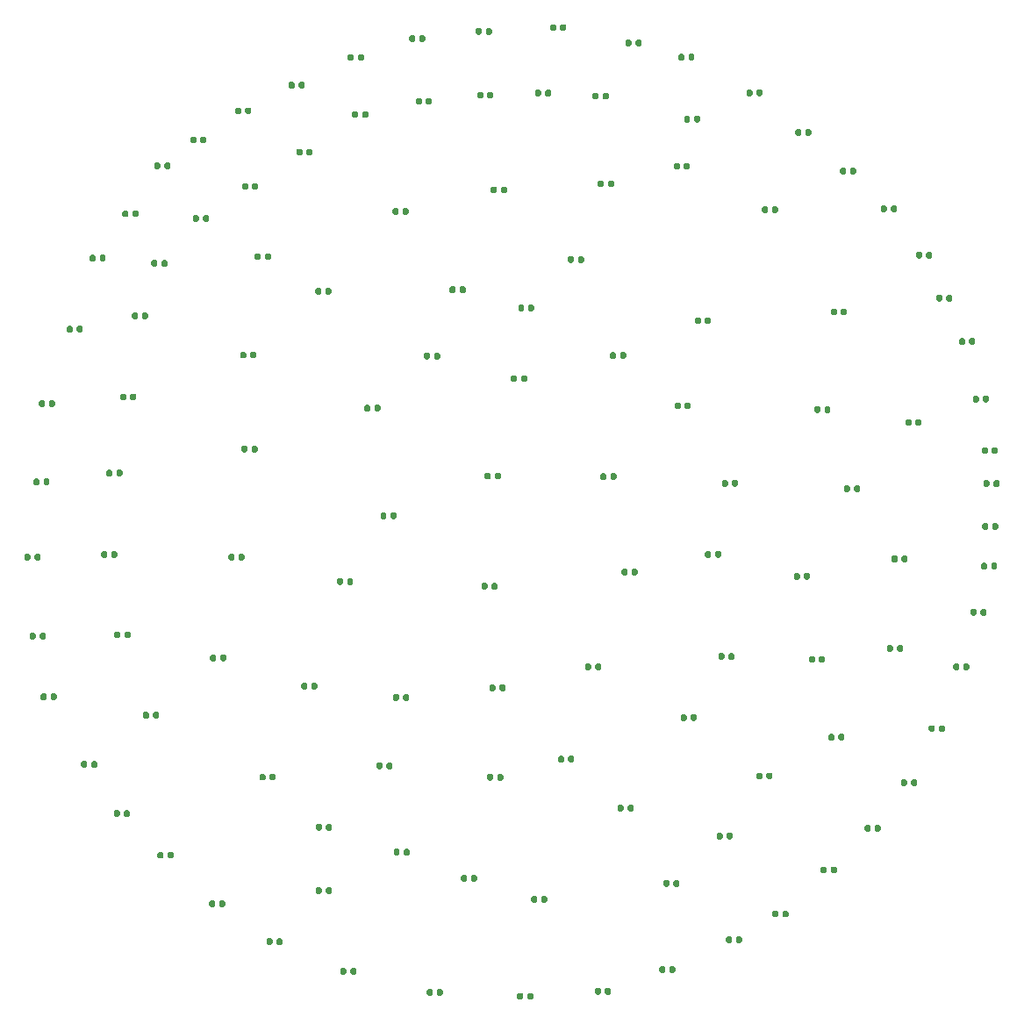
<source format=gbr>
%TF.GenerationSoftware,KiCad,Pcbnew,(5.1.6)-1*%
%TF.CreationDate,2021-08-11T16:30:17+02:00*%
%TF.ProjectId,pick&place_test,7069636b-2670-46c6-9163-655f74657374,rev?*%
%TF.SameCoordinates,Original*%
%TF.FileFunction,Copper,L1,Top*%
%TF.FilePolarity,Positive*%
%FSLAX46Y46*%
G04 Gerber Fmt 4.6, Leading zero omitted, Abs format (unit mm)*
G04 Created by KiCad (PCBNEW (5.1.6)-1) date 2021-08-11 16:30:17*
%MOMM*%
%LPD*%
G01*
G04 APERTURE LIST*
G04 APERTURE END LIST*
%TO.P,R1,2*%
%TO.N,Net-(R1-Pad2)*%
%TA.AperFunction,SMDPad,CuDef*%
G36*
G01*
X76710040Y-48341060D02*
X76710040Y-47996060D01*
G75*
G02*
X76857540Y-47848560I147500J0D01*
G01*
X77152540Y-47848560D01*
G75*
G02*
X77300040Y-47996060I0J-147500D01*
G01*
X77300040Y-48341060D01*
G75*
G02*
X77152540Y-48488560I-147500J0D01*
G01*
X76857540Y-48488560D01*
G75*
G02*
X76710040Y-48341060I0J147500D01*
G01*
G37*
%TD.AperFunction*%
%TO.P,R1,1*%
%TO.N,Net-(R1-Pad1)*%
%TA.AperFunction,SMDPad,CuDef*%
G36*
G01*
X75740040Y-48341060D02*
X75740040Y-47996060D01*
G75*
G02*
X75887540Y-47848560I147500J0D01*
G01*
X76182540Y-47848560D01*
G75*
G02*
X76330040Y-47996060I0J-147500D01*
G01*
X76330040Y-48341060D01*
G75*
G02*
X76182540Y-48488560I-147500J0D01*
G01*
X75887540Y-48488560D01*
G75*
G02*
X75740040Y-48341060I0J147500D01*
G01*
G37*
%TD.AperFunction*%
%TD*%
%TO.P,R2,2*%
%TO.N,Net-(R2-Pad2)*%
%TA.AperFunction,SMDPad,CuDef*%
G36*
G01*
X74040461Y-55512361D02*
X74040461Y-55167361D01*
G75*
G02*
X74187961Y-55019861I147500J0D01*
G01*
X74482961Y-55019861D01*
G75*
G02*
X74630461Y-55167361I0J-147500D01*
G01*
X74630461Y-55512361D01*
G75*
G02*
X74482961Y-55659861I-147500J0D01*
G01*
X74187961Y-55659861D01*
G75*
G02*
X74040461Y-55512361I0J147500D01*
G01*
G37*
%TD.AperFunction*%
%TO.P,R2,1*%
%TO.N,Net-(R1-Pad2)*%
%TA.AperFunction,SMDPad,CuDef*%
G36*
G01*
X73070461Y-55512361D02*
X73070461Y-55167361D01*
G75*
G02*
X73217961Y-55019861I147500J0D01*
G01*
X73512961Y-55019861D01*
G75*
G02*
X73660461Y-55167361I0J-147500D01*
G01*
X73660461Y-55512361D01*
G75*
G02*
X73512961Y-55659861I-147500J0D01*
G01*
X73217961Y-55659861D01*
G75*
G02*
X73070461Y-55512361I0J147500D01*
G01*
G37*
%TD.AperFunction*%
%TD*%
%TO.P,R3,2*%
%TO.N,Net-(R1-Pad1)*%
%TA.AperFunction,SMDPad,CuDef*%
G36*
G01*
X72638420Y-70337460D02*
X72638420Y-69992460D01*
G75*
G02*
X72785920Y-69844960I147500J0D01*
G01*
X73080920Y-69844960D01*
G75*
G02*
X73228420Y-69992460I0J-147500D01*
G01*
X73228420Y-70337460D01*
G75*
G02*
X73080920Y-70484960I-147500J0D01*
G01*
X72785920Y-70484960D01*
G75*
G02*
X72638420Y-70337460I0J147500D01*
G01*
G37*
%TD.AperFunction*%
%TO.P,R3,1*%
%TO.N,Net-(R3-Pad1)*%
%TA.AperFunction,SMDPad,CuDef*%
G36*
G01*
X71668420Y-70337460D02*
X71668420Y-69992460D01*
G75*
G02*
X71815920Y-69844960I147500J0D01*
G01*
X72110920Y-69844960D01*
G75*
G02*
X72258420Y-69992460I0J-147500D01*
G01*
X72258420Y-70337460D01*
G75*
G02*
X72110920Y-70484960I-147500J0D01*
G01*
X71815920Y-70484960D01*
G75*
G02*
X71668420Y-70337460I0J147500D01*
G01*
G37*
%TD.AperFunction*%
%TD*%
%TO.P,R4,1*%
%TO.N,Net-(R2-Pad2)*%
%TA.AperFunction,SMDPad,CuDef*%
G36*
G01*
X72537100Y-63065440D02*
X72537100Y-62720440D01*
G75*
G02*
X72684600Y-62572940I147500J0D01*
G01*
X72979600Y-62572940D01*
G75*
G02*
X73127100Y-62720440I0J-147500D01*
G01*
X73127100Y-63065440D01*
G75*
G02*
X72979600Y-63212940I-147500J0D01*
G01*
X72684600Y-63212940D01*
G75*
G02*
X72537100Y-63065440I0J147500D01*
G01*
G37*
%TD.AperFunction*%
%TO.P,R4,2*%
%TO.N,Net-(R4-Pad2)*%
%TA.AperFunction,SMDPad,CuDef*%
G36*
G01*
X73507100Y-63065440D02*
X73507100Y-62720440D01*
G75*
G02*
X73654600Y-62572940I147500J0D01*
G01*
X73949600Y-62572940D01*
G75*
G02*
X74097100Y-62720440I0J-147500D01*
G01*
X74097100Y-63065440D01*
G75*
G02*
X73949600Y-63212940I-147500J0D01*
G01*
X73654600Y-63212940D01*
G75*
G02*
X73507100Y-63065440I0J147500D01*
G01*
G37*
%TD.AperFunction*%
%TD*%
%TO.P,R5,1*%
%TO.N,Net-(R5-Pad1)*%
%TA.AperFunction,SMDPad,CuDef*%
G36*
G01*
X72171340Y-77970160D02*
X72171340Y-77625160D01*
G75*
G02*
X72318840Y-77477660I147500J0D01*
G01*
X72613840Y-77477660D01*
G75*
G02*
X72761340Y-77625160I0J-147500D01*
G01*
X72761340Y-77970160D01*
G75*
G02*
X72613840Y-78117660I-147500J0D01*
G01*
X72318840Y-78117660D01*
G75*
G02*
X72171340Y-77970160I0J147500D01*
G01*
G37*
%TD.AperFunction*%
%TO.P,R5,2*%
%TO.N,Net-(R3-Pad1)*%
%TA.AperFunction,SMDPad,CuDef*%
G36*
G01*
X73141340Y-77970160D02*
X73141340Y-77625160D01*
G75*
G02*
X73288840Y-77477660I147500J0D01*
G01*
X73583840Y-77477660D01*
G75*
G02*
X73731340Y-77625160I0J-147500D01*
G01*
X73731340Y-77970160D01*
G75*
G02*
X73583840Y-78117660I-147500J0D01*
G01*
X73288840Y-78117660D01*
G75*
G02*
X73141340Y-77970160I0J147500D01*
G01*
G37*
%TD.AperFunction*%
%TD*%
%TO.P,R6,2*%
%TO.N,Net-(R6-Pad2)*%
%TA.AperFunction,SMDPad,CuDef*%
G36*
G01*
X74187820Y-83807080D02*
X74187820Y-83462080D01*
G75*
G02*
X74335320Y-83314580I147500J0D01*
G01*
X74630320Y-83314580D01*
G75*
G02*
X74777820Y-83462080I0J-147500D01*
G01*
X74777820Y-83807080D01*
G75*
G02*
X74630320Y-83954580I-147500J0D01*
G01*
X74335320Y-83954580D01*
G75*
G02*
X74187820Y-83807080I0J147500D01*
G01*
G37*
%TD.AperFunction*%
%TO.P,R6,1*%
%TO.N,Net-(R4-Pad2)*%
%TA.AperFunction,SMDPad,CuDef*%
G36*
G01*
X73217820Y-83807080D02*
X73217820Y-83462080D01*
G75*
G02*
X73365320Y-83314580I147500J0D01*
G01*
X73660320Y-83314580D01*
G75*
G02*
X73807820Y-83462080I0J-147500D01*
G01*
X73807820Y-83807080D01*
G75*
G02*
X73660320Y-83954580I-147500J0D01*
G01*
X73365320Y-83954580D01*
G75*
G02*
X73217820Y-83807080I0J147500D01*
G01*
G37*
%TD.AperFunction*%
%TD*%
%TO.P,R7,2*%
%TO.N,Net-(R5-Pad1)*%
%TA.AperFunction,SMDPad,CuDef*%
G36*
G01*
X85473040Y-99100420D02*
X85473040Y-98755420D01*
G75*
G02*
X85620540Y-98607920I147500J0D01*
G01*
X85915540Y-98607920D01*
G75*
G02*
X86063040Y-98755420I0J-147500D01*
G01*
X86063040Y-99100420D01*
G75*
G02*
X85915540Y-99247920I-147500J0D01*
G01*
X85620540Y-99247920D01*
G75*
G02*
X85473040Y-99100420I0J147500D01*
G01*
G37*
%TD.AperFunction*%
%TO.P,R7,1*%
%TO.N,Net-(R7-Pad1)*%
%TA.AperFunction,SMDPad,CuDef*%
G36*
G01*
X84503040Y-99100420D02*
X84503040Y-98755420D01*
G75*
G02*
X84650540Y-98607920I147500J0D01*
G01*
X84945540Y-98607920D01*
G75*
G02*
X85093040Y-98755420I0J-147500D01*
G01*
X85093040Y-99100420D01*
G75*
G02*
X84945540Y-99247920I-147500J0D01*
G01*
X84650540Y-99247920D01*
G75*
G02*
X84503040Y-99100420I0J147500D01*
G01*
G37*
%TD.AperFunction*%
%TD*%
%TO.P,R8,1*%
%TO.N,Net-(R6-Pad2)*%
%TA.AperFunction,SMDPad,CuDef*%
G36*
G01*
X80286640Y-95064360D02*
X80286640Y-94719360D01*
G75*
G02*
X80434140Y-94571860I147500J0D01*
G01*
X80729140Y-94571860D01*
G75*
G02*
X80876640Y-94719360I0J-147500D01*
G01*
X80876640Y-95064360D01*
G75*
G02*
X80729140Y-95211860I-147500J0D01*
G01*
X80434140Y-95211860D01*
G75*
G02*
X80286640Y-95064360I0J147500D01*
G01*
G37*
%TD.AperFunction*%
%TO.P,R8,2*%
%TO.N,Net-(R10-Pad1)*%
%TA.AperFunction,SMDPad,CuDef*%
G36*
G01*
X81256640Y-95064360D02*
X81256640Y-94719360D01*
G75*
G02*
X81404140Y-94571860I147500J0D01*
G01*
X81699140Y-94571860D01*
G75*
G02*
X81846640Y-94719360I0J-147500D01*
G01*
X81846640Y-95064360D01*
G75*
G02*
X81699140Y-95211860I-147500J0D01*
G01*
X81404140Y-95211860D01*
G75*
G02*
X81256640Y-95064360I0J147500D01*
G01*
G37*
%TD.AperFunction*%
%TD*%
%TO.P,R9,1*%
%TO.N,Net-(R11-Pad2)*%
%TA.AperFunction,SMDPad,CuDef*%
G36*
G01*
X110492320Y-112323660D02*
X110492320Y-111978660D01*
G75*
G02*
X110639820Y-111831160I147500J0D01*
G01*
X110934820Y-111831160D01*
G75*
G02*
X111082320Y-111978660I0J-147500D01*
G01*
X111082320Y-112323660D01*
G75*
G02*
X110934820Y-112471160I-147500J0D01*
G01*
X110639820Y-112471160D01*
G75*
G02*
X110492320Y-112323660I0J147500D01*
G01*
G37*
%TD.AperFunction*%
%TO.P,R9,2*%
%TO.N,Net-(R7-Pad1)*%
%TA.AperFunction,SMDPad,CuDef*%
G36*
G01*
X111462320Y-112323660D02*
X111462320Y-111978660D01*
G75*
G02*
X111609820Y-111831160I147500J0D01*
G01*
X111904820Y-111831160D01*
G75*
G02*
X112052320Y-111978660I0J-147500D01*
G01*
X112052320Y-112323660D01*
G75*
G02*
X111904820Y-112471160I-147500J0D01*
G01*
X111609820Y-112471160D01*
G75*
G02*
X111462320Y-112323660I0J147500D01*
G01*
G37*
%TD.AperFunction*%
%TD*%
%TO.P,R10,2*%
%TO.N,Net-(R10-Pad2)*%
%TA.AperFunction,SMDPad,CuDef*%
G36*
G01*
X78114660Y-90342500D02*
X78114660Y-89997500D01*
G75*
G02*
X78262160Y-89850000I147500J0D01*
G01*
X78557160Y-89850000D01*
G75*
G02*
X78704660Y-89997500I0J-147500D01*
G01*
X78704660Y-90342500D01*
G75*
G02*
X78557160Y-90490000I-147500J0D01*
G01*
X78262160Y-90490000D01*
G75*
G02*
X78114660Y-90342500I0J147500D01*
G01*
G37*
%TD.AperFunction*%
%TO.P,R10,1*%
%TO.N,Net-(R10-Pad1)*%
%TA.AperFunction,SMDPad,CuDef*%
G36*
G01*
X77144660Y-90342500D02*
X77144660Y-89997500D01*
G75*
G02*
X77292160Y-89850000I147500J0D01*
G01*
X77587160Y-89850000D01*
G75*
G02*
X77734660Y-89997500I0J-147500D01*
G01*
X77734660Y-90342500D01*
G75*
G02*
X77587160Y-90490000I-147500J0D01*
G01*
X77292160Y-90490000D01*
G75*
G02*
X77144660Y-90342500I0J147500D01*
G01*
G37*
%TD.AperFunction*%
%TD*%
%TO.P,R11,2*%
%TO.N,Net-(R11-Pad2)*%
%TA.AperFunction,SMDPad,CuDef*%
G36*
G01*
X90453980Y-103791800D02*
X90453980Y-103446800D01*
G75*
G02*
X90601480Y-103299300I147500J0D01*
G01*
X90896480Y-103299300D01*
G75*
G02*
X91043980Y-103446800I0J-147500D01*
G01*
X91043980Y-103791800D01*
G75*
G02*
X90896480Y-103939300I-147500J0D01*
G01*
X90601480Y-103939300D01*
G75*
G02*
X90453980Y-103791800I0J147500D01*
G01*
G37*
%TD.AperFunction*%
%TO.P,R11,1*%
%TO.N,Net-(R11-Pad1)*%
%TA.AperFunction,SMDPad,CuDef*%
G36*
G01*
X89483980Y-103791800D02*
X89483980Y-103446800D01*
G75*
G02*
X89631480Y-103299300I147500J0D01*
G01*
X89926480Y-103299300D01*
G75*
G02*
X90073980Y-103446800I0J-147500D01*
G01*
X90073980Y-103791800D01*
G75*
G02*
X89926480Y-103939300I-147500J0D01*
G01*
X89631480Y-103939300D01*
G75*
G02*
X89483980Y-103791800I0J147500D01*
G01*
G37*
%TD.AperFunction*%
%TD*%
%TO.P,R12,1*%
%TO.N,Net-(R10-Pad2)*%
%TA.AperFunction,SMDPad,CuDef*%
G36*
G01*
X102148420Y-110309440D02*
X102148420Y-109964440D01*
G75*
G02*
X102295920Y-109816940I147500J0D01*
G01*
X102590920Y-109816940D01*
G75*
G02*
X102738420Y-109964440I0J-147500D01*
G01*
X102738420Y-110309440D01*
G75*
G02*
X102590920Y-110456940I-147500J0D01*
G01*
X102295920Y-110456940D01*
G75*
G02*
X102148420Y-110309440I0J147500D01*
G01*
G37*
%TD.AperFunction*%
%TO.P,R12,2*%
%TO.N,Net-(R12-Pad2)*%
%TA.AperFunction,SMDPad,CuDef*%
G36*
G01*
X103118420Y-110309440D02*
X103118420Y-109964440D01*
G75*
G02*
X103265920Y-109816940I147500J0D01*
G01*
X103560920Y-109816940D01*
G75*
G02*
X103708420Y-109964440I0J-147500D01*
G01*
X103708420Y-110309440D01*
G75*
G02*
X103560920Y-110456940I-147500J0D01*
G01*
X103265920Y-110456940D01*
G75*
G02*
X103118420Y-110309440I0J147500D01*
G01*
G37*
%TD.AperFunction*%
%TD*%
%TO.P,R13,1*%
%TO.N,Net-(R13-Pad1)*%
%TA.AperFunction,SMDPad,CuDef*%
G36*
G01*
X119222300Y-112707200D02*
X119222300Y-112362200D01*
G75*
G02*
X119369800Y-112214700I147500J0D01*
G01*
X119664800Y-112214700D01*
G75*
G02*
X119812300Y-112362200I0J-147500D01*
G01*
X119812300Y-112707200D01*
G75*
G02*
X119664800Y-112854700I-147500J0D01*
G01*
X119369800Y-112854700D01*
G75*
G02*
X119222300Y-112707200I0J147500D01*
G01*
G37*
%TD.AperFunction*%
%TO.P,R13,2*%
%TO.N,Net-(R11-Pad1)*%
%TA.AperFunction,SMDPad,CuDef*%
G36*
G01*
X120192300Y-112707200D02*
X120192300Y-112362200D01*
G75*
G02*
X120339800Y-112214700I147500J0D01*
G01*
X120634800Y-112214700D01*
G75*
G02*
X120782300Y-112362200I0J-147500D01*
G01*
X120782300Y-112707200D01*
G75*
G02*
X120634800Y-112854700I-147500J0D01*
G01*
X120339800Y-112854700D01*
G75*
G02*
X120192300Y-112707200I0J147500D01*
G01*
G37*
%TD.AperFunction*%
%TD*%
%TO.P,R14,2*%
%TO.N,Net-(R14-Pad2)*%
%TA.AperFunction,SMDPad,CuDef*%
G36*
G01*
X144804900Y-104772240D02*
X144804900Y-104427240D01*
G75*
G02*
X144952400Y-104279740I147500J0D01*
G01*
X145247400Y-104279740D01*
G75*
G02*
X145394900Y-104427240I0J-147500D01*
G01*
X145394900Y-104772240D01*
G75*
G02*
X145247400Y-104919740I-147500J0D01*
G01*
X144952400Y-104919740D01*
G75*
G02*
X144804900Y-104772240I0J147500D01*
G01*
G37*
%TD.AperFunction*%
%TO.P,R14,1*%
%TO.N,Net-(R12-Pad2)*%
%TA.AperFunction,SMDPad,CuDef*%
G36*
G01*
X143834900Y-104772240D02*
X143834900Y-104427240D01*
G75*
G02*
X143982400Y-104279740I147500J0D01*
G01*
X144277400Y-104279740D01*
G75*
G02*
X144424900Y-104427240I0J-147500D01*
G01*
X144424900Y-104772240D01*
G75*
G02*
X144277400Y-104919740I-147500J0D01*
G01*
X143982400Y-104919740D01*
G75*
G02*
X143834900Y-104772240I0J147500D01*
G01*
G37*
%TD.AperFunction*%
%TD*%
%TO.P,R15,2*%
%TO.N,Net-(R13-Pad1)*%
%TA.AperFunction,SMDPad,CuDef*%
G36*
G01*
X96001340Y-107439240D02*
X96001340Y-107094240D01*
G75*
G02*
X96148840Y-106946740I147500J0D01*
G01*
X96443840Y-106946740D01*
G75*
G02*
X96591340Y-107094240I0J-147500D01*
G01*
X96591340Y-107439240D01*
G75*
G02*
X96443840Y-107586740I-147500J0D01*
G01*
X96148840Y-107586740D01*
G75*
G02*
X96001340Y-107439240I0J147500D01*
G01*
G37*
%TD.AperFunction*%
%TO.P,R15,1*%
%TO.N,Net-(R15-Pad1)*%
%TA.AperFunction,SMDPad,CuDef*%
G36*
G01*
X95031340Y-107439240D02*
X95031340Y-107094240D01*
G75*
G02*
X95178840Y-106946740I147500J0D01*
G01*
X95473840Y-106946740D01*
G75*
G02*
X95621340Y-107094240I0J-147500D01*
G01*
X95621340Y-107439240D01*
G75*
G02*
X95473840Y-107586740I-147500J0D01*
G01*
X95178840Y-107586740D01*
G75*
G02*
X95031340Y-107439240I0J147500D01*
G01*
G37*
%TD.AperFunction*%
%TD*%
%TO.P,R16,1*%
%TO.N,Net-(R14-Pad2)*%
%TA.AperFunction,SMDPad,CuDef*%
G36*
G01*
X106018521Y-66346821D02*
X106018521Y-66001821D01*
G75*
G02*
X106166021Y-65854321I147500J0D01*
G01*
X106461021Y-65854321D01*
G75*
G02*
X106608521Y-66001821I0J-147500D01*
G01*
X106608521Y-66346821D01*
G75*
G02*
X106461021Y-66494321I-147500J0D01*
G01*
X106166021Y-66494321D01*
G75*
G02*
X106018521Y-66346821I0J147500D01*
G01*
G37*
%TD.AperFunction*%
%TO.P,R16,2*%
%TO.N,Net-(R16-Pad2)*%
%TA.AperFunction,SMDPad,CuDef*%
G36*
G01*
X106988521Y-66346821D02*
X106988521Y-66001821D01*
G75*
G02*
X107136021Y-65854321I147500J0D01*
G01*
X107431021Y-65854321D01*
G75*
G02*
X107578521Y-66001821I0J-147500D01*
G01*
X107578521Y-66346821D01*
G75*
G02*
X107431021Y-66494321I-147500J0D01*
G01*
X107136021Y-66494321D01*
G75*
G02*
X106988521Y-66346821I0J147500D01*
G01*
G37*
%TD.AperFunction*%
%TD*%
%TO.P,R17,1*%
%TO.N,Net-(R17-Pad1)*%
%TA.AperFunction,SMDPad,CuDef*%
G36*
G01*
X126702600Y-112227140D02*
X126702600Y-111882140D01*
G75*
G02*
X126850100Y-111734640I147500J0D01*
G01*
X127145100Y-111734640D01*
G75*
G02*
X127292600Y-111882140I0J-147500D01*
G01*
X127292600Y-112227140D01*
G75*
G02*
X127145100Y-112374640I-147500J0D01*
G01*
X126850100Y-112374640D01*
G75*
G02*
X126702600Y-112227140I0J147500D01*
G01*
G37*
%TD.AperFunction*%
%TO.P,R17,2*%
%TO.N,Net-(R15-Pad1)*%
%TA.AperFunction,SMDPad,CuDef*%
G36*
G01*
X127672600Y-112227140D02*
X127672600Y-111882140D01*
G75*
G02*
X127820100Y-111734640I147500J0D01*
G01*
X128115100Y-111734640D01*
G75*
G02*
X128262600Y-111882140I0J-147500D01*
G01*
X128262600Y-112227140D01*
G75*
G02*
X128115100Y-112374640I-147500J0D01*
G01*
X127820100Y-112374640D01*
G75*
G02*
X127672600Y-112227140I0J147500D01*
G01*
G37*
%TD.AperFunction*%
%TD*%
%TO.P,R18,1*%
%TO.N,Net-(R16-Pad2)*%
%TA.AperFunction,SMDPad,CuDef*%
G36*
G01*
X139364500Y-107241120D02*
X139364500Y-106896120D01*
G75*
G02*
X139512000Y-106748620I147500J0D01*
G01*
X139807000Y-106748620D01*
G75*
G02*
X139954500Y-106896120I0J-147500D01*
G01*
X139954500Y-107241120D01*
G75*
G02*
X139807000Y-107388620I-147500J0D01*
G01*
X139512000Y-107388620D01*
G75*
G02*
X139364500Y-107241120I0J147500D01*
G01*
G37*
%TD.AperFunction*%
%TO.P,R18,2*%
%TO.N,Net-(R18-Pad2)*%
%TA.AperFunction,SMDPad,CuDef*%
G36*
G01*
X140334500Y-107241120D02*
X140334500Y-106896120D01*
G75*
G02*
X140482000Y-106748620I147500J0D01*
G01*
X140777000Y-106748620D01*
G75*
G02*
X140924500Y-106896120I0J-147500D01*
G01*
X140924500Y-107241120D01*
G75*
G02*
X140777000Y-107388620I-147500J0D01*
G01*
X140482000Y-107388620D01*
G75*
G02*
X140334500Y-107241120I0J147500D01*
G01*
G37*
%TD.AperFunction*%
%TD*%
%TO.P,R19,1*%
%TO.N,Net-(R19-Pad1)*%
%TA.AperFunction,SMDPad,CuDef*%
G36*
G01*
X148490720Y-100515200D02*
X148490720Y-100170200D01*
G75*
G02*
X148638220Y-100022700I147500J0D01*
G01*
X148933220Y-100022700D01*
G75*
G02*
X149080720Y-100170200I0J-147500D01*
G01*
X149080720Y-100515200D01*
G75*
G02*
X148933220Y-100662700I-147500J0D01*
G01*
X148638220Y-100662700D01*
G75*
G02*
X148490720Y-100515200I0J147500D01*
G01*
G37*
%TD.AperFunction*%
%TO.P,R19,2*%
%TO.N,Net-(R17-Pad1)*%
%TA.AperFunction,SMDPad,CuDef*%
G36*
G01*
X149460720Y-100515200D02*
X149460720Y-100170200D01*
G75*
G02*
X149608220Y-100022700I147500J0D01*
G01*
X149903220Y-100022700D01*
G75*
G02*
X150050720Y-100170200I0J-147500D01*
G01*
X150050720Y-100515200D01*
G75*
G02*
X149903220Y-100662700I-147500J0D01*
G01*
X149608220Y-100662700D01*
G75*
G02*
X149460720Y-100515200I0J147500D01*
G01*
G37*
%TD.AperFunction*%
%TD*%
%TO.P,R20,1*%
%TO.N,Net-(R18-Pad2)*%
%TA.AperFunction,SMDPad,CuDef*%
G36*
G01*
X91350880Y-70342540D02*
X91350880Y-69997540D01*
G75*
G02*
X91498380Y-69850040I147500J0D01*
G01*
X91793380Y-69850040D01*
G75*
G02*
X91940880Y-69997540I0J-147500D01*
G01*
X91940880Y-70342540D01*
G75*
G02*
X91793380Y-70490040I-147500J0D01*
G01*
X91498380Y-70490040D01*
G75*
G02*
X91350880Y-70342540I0J147500D01*
G01*
G37*
%TD.AperFunction*%
%TO.P,R20,2*%
%TO.N,Net-(R20-Pad2)*%
%TA.AperFunction,SMDPad,CuDef*%
G36*
G01*
X92320880Y-70342540D02*
X92320880Y-69997540D01*
G75*
G02*
X92468380Y-69850040I147500J0D01*
G01*
X92763380Y-69850040D01*
G75*
G02*
X92910880Y-69997540I0J-147500D01*
G01*
X92910880Y-70342540D01*
G75*
G02*
X92763380Y-70490040I-147500J0D01*
G01*
X92468380Y-70490040D01*
G75*
G02*
X92320880Y-70342540I0J147500D01*
G01*
G37*
%TD.AperFunction*%
%TD*%
%TO.P,R21,1*%
%TO.N,Net-(R21-Pad1)*%
%TA.AperFunction,SMDPad,CuDef*%
G36*
G01*
X132933360Y-110118940D02*
X132933360Y-109773940D01*
G75*
G02*
X133080860Y-109626440I147500J0D01*
G01*
X133375860Y-109626440D01*
G75*
G02*
X133523360Y-109773940I0J-147500D01*
G01*
X133523360Y-110118940D01*
G75*
G02*
X133375860Y-110266440I-147500J0D01*
G01*
X133080860Y-110266440D01*
G75*
G02*
X132933360Y-110118940I0J147500D01*
G01*
G37*
%TD.AperFunction*%
%TO.P,R21,2*%
%TO.N,Net-(R19-Pad1)*%
%TA.AperFunction,SMDPad,CuDef*%
G36*
G01*
X133903360Y-110118940D02*
X133903360Y-109773940D01*
G75*
G02*
X134050860Y-109626440I147500J0D01*
G01*
X134345860Y-109626440D01*
G75*
G02*
X134493360Y-109773940I0J-147500D01*
G01*
X134493360Y-110118940D01*
G75*
G02*
X134345860Y-110266440I-147500J0D01*
G01*
X134050860Y-110266440D01*
G75*
G02*
X133903360Y-110118940I0J147500D01*
G01*
G37*
%TD.AperFunction*%
%TD*%
%TO.P,R22,2*%
%TO.N,Net-(R22-Pad2)*%
%TA.AperFunction,SMDPad,CuDef*%
G36*
G01*
X99351600Y-82783460D02*
X99351600Y-82438460D01*
G75*
G02*
X99499100Y-82290960I147500J0D01*
G01*
X99794100Y-82290960D01*
G75*
G02*
X99941600Y-82438460I0J-147500D01*
G01*
X99941600Y-82783460D01*
G75*
G02*
X99794100Y-82930960I-147500J0D01*
G01*
X99499100Y-82930960D01*
G75*
G02*
X99351600Y-82783460I0J147500D01*
G01*
G37*
%TD.AperFunction*%
%TO.P,R22,1*%
%TO.N,Net-(R20-Pad2)*%
%TA.AperFunction,SMDPad,CuDef*%
G36*
G01*
X98381600Y-82783460D02*
X98381600Y-82438460D01*
G75*
G02*
X98529100Y-82290960I147500J0D01*
G01*
X98824100Y-82290960D01*
G75*
G02*
X98971600Y-82438460I0J-147500D01*
G01*
X98971600Y-82783460D01*
G75*
G02*
X98824100Y-82930960I-147500J0D01*
G01*
X98529100Y-82930960D01*
G75*
G02*
X98381600Y-82783460I0J147500D01*
G01*
G37*
%TD.AperFunction*%
%TD*%
%TO.P,R23,2*%
%TO.N,Net-(R21-Pad1)*%
%TA.AperFunction,SMDPad,CuDef*%
G36*
G01*
X157225500Y-92092560D02*
X157225500Y-91747560D01*
G75*
G02*
X157373000Y-91600060I147500J0D01*
G01*
X157668000Y-91600060D01*
G75*
G02*
X157815500Y-91747560I0J-147500D01*
G01*
X157815500Y-92092560D01*
G75*
G02*
X157668000Y-92240060I-147500J0D01*
G01*
X157373000Y-92240060D01*
G75*
G02*
X157225500Y-92092560I0J147500D01*
G01*
G37*
%TD.AperFunction*%
%TO.P,R23,1*%
%TO.N,Net-(R23-Pad1)*%
%TA.AperFunction,SMDPad,CuDef*%
G36*
G01*
X156255500Y-92092560D02*
X156255500Y-91747560D01*
G75*
G02*
X156403000Y-91600060I147500J0D01*
G01*
X156698000Y-91600060D01*
G75*
G02*
X156845500Y-91747560I0J-147500D01*
G01*
X156845500Y-92092560D01*
G75*
G02*
X156698000Y-92240060I-147500J0D01*
G01*
X156403000Y-92240060D01*
G75*
G02*
X156255500Y-92092560I0J147500D01*
G01*
G37*
%TD.AperFunction*%
%TD*%
%TO.P,R24,1*%
%TO.N,Net-(R22-Pad2)*%
%TA.AperFunction,SMDPad,CuDef*%
G36*
G01*
X152745220Y-96512160D02*
X152745220Y-96167160D01*
G75*
G02*
X152892720Y-96019660I147500J0D01*
G01*
X153187720Y-96019660D01*
G75*
G02*
X153335220Y-96167160I0J-147500D01*
G01*
X153335220Y-96512160D01*
G75*
G02*
X153187720Y-96659660I-147500J0D01*
G01*
X152892720Y-96659660D01*
G75*
G02*
X152745220Y-96512160I0J147500D01*
G01*
G37*
%TD.AperFunction*%
%TO.P,R24,2*%
%TO.N,Net-(R24-Pad2)*%
%TA.AperFunction,SMDPad,CuDef*%
G36*
G01*
X153715220Y-96512160D02*
X153715220Y-96167160D01*
G75*
G02*
X153862720Y-96019660I147500J0D01*
G01*
X154157720Y-96019660D01*
G75*
G02*
X154305220Y-96167160I0J-147500D01*
G01*
X154305220Y-96512160D01*
G75*
G02*
X154157720Y-96659660I-147500J0D01*
G01*
X153862720Y-96659660D01*
G75*
G02*
X153715220Y-96512160I0J147500D01*
G01*
G37*
%TD.AperFunction*%
%TD*%
%TO.P,R25,2*%
%TO.N,Net-(R25-Pad2)*%
%TA.AperFunction,SMDPad,CuDef*%
G36*
G01*
X100695260Y-44678380D02*
X100695260Y-44333380D01*
G75*
G02*
X100842760Y-44185880I147500J0D01*
G01*
X101137760Y-44185880D01*
G75*
G02*
X101285260Y-44333380I0J-147500D01*
G01*
X101285260Y-44678380D01*
G75*
G02*
X101137760Y-44825880I-147500J0D01*
G01*
X100842760Y-44825880D01*
G75*
G02*
X100695260Y-44678380I0J147500D01*
G01*
G37*
%TD.AperFunction*%
%TO.P,R25,1*%
%TO.N,Net-(R23-Pad1)*%
%TA.AperFunction,SMDPad,CuDef*%
G36*
G01*
X99725260Y-44678380D02*
X99725260Y-44333380D01*
G75*
G02*
X99872760Y-44185880I147500J0D01*
G01*
X100167760Y-44185880D01*
G75*
G02*
X100315260Y-44333380I0J-147500D01*
G01*
X100315260Y-44678380D01*
G75*
G02*
X100167760Y-44825880I-147500J0D01*
G01*
X99872760Y-44825880D01*
G75*
G02*
X99725260Y-44678380I0J147500D01*
G01*
G37*
%TD.AperFunction*%
%TD*%
%TO.P,R26,1*%
%TO.N,Net-(R25-Pad2)*%
%TA.AperFunction,SMDPad,CuDef*%
G36*
G01*
X136349520Y-47505400D02*
X136349520Y-47160400D01*
G75*
G02*
X136497020Y-47012900I147500J0D01*
G01*
X136792020Y-47012900D01*
G75*
G02*
X136939520Y-47160400I0J-147500D01*
G01*
X136939520Y-47505400D01*
G75*
G02*
X136792020Y-47652900I-147500J0D01*
G01*
X136497020Y-47652900D01*
G75*
G02*
X136349520Y-47505400I0J147500D01*
G01*
G37*
%TD.AperFunction*%
%TO.P,R26,2*%
%TO.N,Net-(R26-Pad2)*%
%TA.AperFunction,SMDPad,CuDef*%
G36*
G01*
X137319520Y-47505400D02*
X137319520Y-47160400D01*
G75*
G02*
X137467020Y-47012900I147500J0D01*
G01*
X137762020Y-47012900D01*
G75*
G02*
X137909520Y-47160400I0J-147500D01*
G01*
X137909520Y-47505400D01*
G75*
G02*
X137762020Y-47652900I-147500J0D01*
G01*
X137467020Y-47652900D01*
G75*
G02*
X137319520Y-47505400I0J147500D01*
G01*
G37*
%TD.AperFunction*%
%TD*%
%TO.P,R27,2*%
%TO.N,Net-(R27-Pad2)*%
%TA.AperFunction,SMDPad,CuDef*%
G36*
G01*
X162254700Y-80924180D02*
X162254700Y-80579180D01*
G75*
G02*
X162402200Y-80431680I147500J0D01*
G01*
X162697200Y-80431680D01*
G75*
G02*
X162844700Y-80579180I0J-147500D01*
G01*
X162844700Y-80924180D01*
G75*
G02*
X162697200Y-81071680I-147500J0D01*
G01*
X162402200Y-81071680D01*
G75*
G02*
X162254700Y-80924180I0J147500D01*
G01*
G37*
%TD.AperFunction*%
%TO.P,R27,1*%
%TO.N,Net-(R26-Pad2)*%
%TA.AperFunction,SMDPad,CuDef*%
G36*
G01*
X161284700Y-80924180D02*
X161284700Y-80579180D01*
G75*
G02*
X161432200Y-80431680I147500J0D01*
G01*
X161727200Y-80431680D01*
G75*
G02*
X161874700Y-80579180I0J-147500D01*
G01*
X161874700Y-80924180D01*
G75*
G02*
X161727200Y-81071680I-147500J0D01*
G01*
X161432200Y-81071680D01*
G75*
G02*
X161284700Y-80924180I0J147500D01*
G01*
G37*
%TD.AperFunction*%
%TD*%
%TO.P,R28,1*%
%TO.N,Net-(R27-Pad2)*%
%TA.AperFunction,SMDPad,CuDef*%
G36*
G01*
X127241080Y-62570140D02*
X127241080Y-62225140D01*
G75*
G02*
X127388580Y-62077640I147500J0D01*
G01*
X127683580Y-62077640D01*
G75*
G02*
X127831080Y-62225140I0J-147500D01*
G01*
X127831080Y-62570140D01*
G75*
G02*
X127683580Y-62717640I-147500J0D01*
G01*
X127388580Y-62717640D01*
G75*
G02*
X127241080Y-62570140I0J147500D01*
G01*
G37*
%TD.AperFunction*%
%TO.P,R28,2*%
%TO.N,Net-(R28-Pad2)*%
%TA.AperFunction,SMDPad,CuDef*%
G36*
G01*
X128211080Y-62570140D02*
X128211080Y-62225140D01*
G75*
G02*
X128358580Y-62077640I147500J0D01*
G01*
X128653580Y-62077640D01*
G75*
G02*
X128801080Y-62225140I0J-147500D01*
G01*
X128801080Y-62570140D01*
G75*
G02*
X128653580Y-62717640I-147500J0D01*
G01*
X128358580Y-62717640D01*
G75*
G02*
X128211080Y-62570140I0J147500D01*
G01*
G37*
%TD.AperFunction*%
%TD*%
%TO.P,R29,2*%
%TO.N,Net-(R29-Pad2)*%
%TA.AperFunction,SMDPad,CuDef*%
G36*
G01*
X163928560Y-75656220D02*
X163928560Y-75311220D01*
G75*
G02*
X164076060Y-75163720I147500J0D01*
G01*
X164371060Y-75163720D01*
G75*
G02*
X164518560Y-75311220I0J-147500D01*
G01*
X164518560Y-75656220D01*
G75*
G02*
X164371060Y-75803720I-147500J0D01*
G01*
X164076060Y-75803720D01*
G75*
G02*
X163928560Y-75656220I0J147500D01*
G01*
G37*
%TD.AperFunction*%
%TO.P,R29,1*%
%TO.N,Net-(R28-Pad2)*%
%TA.AperFunction,SMDPad,CuDef*%
G36*
G01*
X162958560Y-75656220D02*
X162958560Y-75311220D01*
G75*
G02*
X163106060Y-75163720I147500J0D01*
G01*
X163401060Y-75163720D01*
G75*
G02*
X163548560Y-75311220I0J-147500D01*
G01*
X163548560Y-75656220D01*
G75*
G02*
X163401060Y-75803720I-147500J0D01*
G01*
X163106060Y-75803720D01*
G75*
G02*
X162958560Y-75656220I0J147500D01*
G01*
G37*
%TD.AperFunction*%
%TD*%
%TO.P,R30,2*%
%TO.N,Net-(R30-Pad2)*%
%TA.AperFunction,SMDPad,CuDef*%
G36*
G01*
X84078580Y-85585080D02*
X84078580Y-85240080D01*
G75*
G02*
X84226080Y-85092580I147500J0D01*
G01*
X84521080Y-85092580D01*
G75*
G02*
X84668580Y-85240080I0J-147500D01*
G01*
X84668580Y-85585080D01*
G75*
G02*
X84521080Y-85732580I-147500J0D01*
G01*
X84226080Y-85732580D01*
G75*
G02*
X84078580Y-85585080I0J147500D01*
G01*
G37*
%TD.AperFunction*%
%TO.P,R30,1*%
%TO.N,Net-(R29-Pad2)*%
%TA.AperFunction,SMDPad,CuDef*%
G36*
G01*
X83108580Y-85585080D02*
X83108580Y-85240080D01*
G75*
G02*
X83256080Y-85092580I147500J0D01*
G01*
X83551080Y-85092580D01*
G75*
G02*
X83698580Y-85240080I0J-147500D01*
G01*
X83698580Y-85585080D01*
G75*
G02*
X83551080Y-85732580I-147500J0D01*
G01*
X83256080Y-85732580D01*
G75*
G02*
X83108580Y-85585080I0J147500D01*
G01*
G37*
%TD.AperFunction*%
%TD*%
%TO.P,R31,2*%
%TO.N,Net-(R31-Pad2)*%
%TA.AperFunction,SMDPad,CuDef*%
G36*
G01*
X130253240Y-71764940D02*
X130253240Y-71419940D01*
G75*
G02*
X130400740Y-71272440I147500J0D01*
G01*
X130695740Y-71272440D01*
G75*
G02*
X130843240Y-71419940I0J-147500D01*
G01*
X130843240Y-71764940D01*
G75*
G02*
X130695740Y-71912440I-147500J0D01*
G01*
X130400740Y-71912440D01*
G75*
G02*
X130253240Y-71764940I0J147500D01*
G01*
G37*
%TD.AperFunction*%
%TO.P,R31,1*%
%TO.N,Net-(R30-Pad2)*%
%TA.AperFunction,SMDPad,CuDef*%
G36*
G01*
X129283240Y-71764940D02*
X129283240Y-71419940D01*
G75*
G02*
X129430740Y-71272440I147500J0D01*
G01*
X129725740Y-71272440D01*
G75*
G02*
X129873240Y-71419940I0J-147500D01*
G01*
X129873240Y-71764940D01*
G75*
G02*
X129725740Y-71912440I-147500J0D01*
G01*
X129430740Y-71912440D01*
G75*
G02*
X129283240Y-71764940I0J147500D01*
G01*
G37*
%TD.AperFunction*%
%TD*%
%TO.P,R32,1*%
%TO.N,Net-(R31-Pad2)*%
%TA.AperFunction,SMDPad,CuDef*%
G36*
G01*
X79575440Y-62229780D02*
X79575440Y-61884780D01*
G75*
G02*
X79722940Y-61737280I147500J0D01*
G01*
X80017940Y-61737280D01*
G75*
G02*
X80165440Y-61884780I0J-147500D01*
G01*
X80165440Y-62229780D01*
G75*
G02*
X80017940Y-62377280I-147500J0D01*
G01*
X79722940Y-62377280D01*
G75*
G02*
X79575440Y-62229780I0J147500D01*
G01*
G37*
%TD.AperFunction*%
%TO.P,R32,2*%
%TO.N,Net-(R32-Pad2)*%
%TA.AperFunction,SMDPad,CuDef*%
G36*
G01*
X80545440Y-62229780D02*
X80545440Y-61884780D01*
G75*
G02*
X80692940Y-61737280I147500J0D01*
G01*
X80987940Y-61737280D01*
G75*
G02*
X81135440Y-61884780I0J-147500D01*
G01*
X81135440Y-62229780D01*
G75*
G02*
X80987940Y-62377280I-147500J0D01*
G01*
X80692940Y-62377280D01*
G75*
G02*
X80545440Y-62229780I0J147500D01*
G01*
G37*
%TD.AperFunction*%
%TD*%
%TO.P,R33,2*%
%TO.N,Net-(R33-Pad2)*%
%TA.AperFunction,SMDPad,CuDef*%
G36*
G01*
X159902660Y-86877940D02*
X159902660Y-86532940D01*
G75*
G02*
X160050160Y-86385440I147500J0D01*
G01*
X160345160Y-86385440D01*
G75*
G02*
X160492660Y-86532940I0J-147500D01*
G01*
X160492660Y-86877940D01*
G75*
G02*
X160345160Y-87025440I-147500J0D01*
G01*
X160050160Y-87025440D01*
G75*
G02*
X159902660Y-86877940I0J147500D01*
G01*
G37*
%TD.AperFunction*%
%TO.P,R33,1*%
%TO.N,Net-(R32-Pad2)*%
%TA.AperFunction,SMDPad,CuDef*%
G36*
G01*
X158932660Y-86877940D02*
X158932660Y-86532940D01*
G75*
G02*
X159080160Y-86385440I147500J0D01*
G01*
X159375160Y-86385440D01*
G75*
G02*
X159522660Y-86532940I0J-147500D01*
G01*
X159522660Y-86877940D01*
G75*
G02*
X159375160Y-87025440I-147500J0D01*
G01*
X159080160Y-87025440D01*
G75*
G02*
X158932660Y-86877940I0J147500D01*
G01*
G37*
%TD.AperFunction*%
%TD*%
%TO.P,R34,1*%
%TO.N,Net-(R33-Pad2)*%
%TA.AperFunction,SMDPad,CuDef*%
G36*
G01*
X80901320Y-54868860D02*
X80901320Y-54523860D01*
G75*
G02*
X81048820Y-54376360I147500J0D01*
G01*
X81343820Y-54376360D01*
G75*
G02*
X81491320Y-54523860I0J-147500D01*
G01*
X81491320Y-54868860D01*
G75*
G02*
X81343820Y-55016360I-147500J0D01*
G01*
X81048820Y-55016360D01*
G75*
G02*
X80901320Y-54868860I0J147500D01*
G01*
G37*
%TD.AperFunction*%
%TO.P,R34,2*%
%TO.N,Net-(R34-Pad2)*%
%TA.AperFunction,SMDPad,CuDef*%
G36*
G01*
X81871320Y-54868860D02*
X81871320Y-54523860D01*
G75*
G02*
X82018820Y-54376360I147500J0D01*
G01*
X82313820Y-54376360D01*
G75*
G02*
X82461320Y-54523860I0J-147500D01*
G01*
X82461320Y-54868860D01*
G75*
G02*
X82313820Y-55016360I-147500J0D01*
G01*
X82018820Y-55016360D01*
G75*
G02*
X81871320Y-54868860I0J147500D01*
G01*
G37*
%TD.AperFunction*%
%TD*%
%TO.P,R35,2*%
%TO.N,Net-(R35-Pad2)*%
%TA.AperFunction,SMDPad,CuDef*%
G36*
G01*
X80055220Y-70080920D02*
X80055220Y-69735920D01*
G75*
G02*
X80202720Y-69588420I147500J0D01*
G01*
X80497720Y-69588420D01*
G75*
G02*
X80645220Y-69735920I0J-147500D01*
G01*
X80645220Y-70080920D01*
G75*
G02*
X80497720Y-70228420I-147500J0D01*
G01*
X80202720Y-70228420D01*
G75*
G02*
X80055220Y-70080920I0J147500D01*
G01*
G37*
%TD.AperFunction*%
%TO.P,R35,1*%
%TO.N,Net-(R34-Pad2)*%
%TA.AperFunction,SMDPad,CuDef*%
G36*
G01*
X79085220Y-70080920D02*
X79085220Y-69735920D01*
G75*
G02*
X79232720Y-69588420I147500J0D01*
G01*
X79527720Y-69588420D01*
G75*
G02*
X79675220Y-69735920I0J-147500D01*
G01*
X79675220Y-70080920D01*
G75*
G02*
X79527720Y-70228420I-147500J0D01*
G01*
X79232720Y-70228420D01*
G75*
G02*
X79085220Y-70080920I0J147500D01*
G01*
G37*
%TD.AperFunction*%
%TD*%
%TO.P,R36,1*%
%TO.N,Net-(R35-Pad2)*%
%TA.AperFunction,SMDPad,CuDef*%
G36*
G01*
X80360300Y-77833000D02*
X80360300Y-77488000D01*
G75*
G02*
X80507800Y-77340500I147500J0D01*
G01*
X80802800Y-77340500D01*
G75*
G02*
X80950300Y-77488000I0J-147500D01*
G01*
X80950300Y-77833000D01*
G75*
G02*
X80802800Y-77980500I-147500J0D01*
G01*
X80507800Y-77980500D01*
G75*
G02*
X80360300Y-77833000I0J147500D01*
G01*
G37*
%TD.AperFunction*%
%TO.P,R36,2*%
%TO.N,Net-(R24-Pad2)*%
%TA.AperFunction,SMDPad,CuDef*%
G36*
G01*
X81330300Y-77833000D02*
X81330300Y-77488000D01*
G75*
G02*
X81477800Y-77340500I147500J0D01*
G01*
X81772800Y-77340500D01*
G75*
G02*
X81920300Y-77488000I0J-147500D01*
G01*
X81920300Y-77833000D01*
G75*
G02*
X81772800Y-77980500I-147500J0D01*
G01*
X81477800Y-77980500D01*
G75*
G02*
X81330300Y-77833000I0J147500D01*
G01*
G37*
%TD.AperFunction*%
%TD*%
%TO.P,R37,2*%
%TO.N,Net-(R37-Pad2)*%
%TA.AperFunction,SMDPad,CuDef*%
G36*
G01*
X121909340Y-25562340D02*
X121909340Y-25217340D01*
G75*
G02*
X122056840Y-25069840I147500J0D01*
G01*
X122351840Y-25069840D01*
G75*
G02*
X122499340Y-25217340I0J-147500D01*
G01*
X122499340Y-25562340D01*
G75*
G02*
X122351840Y-25709840I-147500J0D01*
G01*
X122056840Y-25709840D01*
G75*
G02*
X121909340Y-25562340I0J147500D01*
G01*
G37*
%TD.AperFunction*%
%TO.P,R37,1*%
%TO.N,Net-(R37-Pad1)*%
%TA.AperFunction,SMDPad,CuDef*%
G36*
G01*
X120939340Y-25562340D02*
X120939340Y-25217340D01*
G75*
G02*
X121086840Y-25069840I147500J0D01*
G01*
X121381840Y-25069840D01*
G75*
G02*
X121529340Y-25217340I0J-147500D01*
G01*
X121529340Y-25562340D01*
G75*
G02*
X121381840Y-25709840I-147500J0D01*
G01*
X121086840Y-25709840D01*
G75*
G02*
X120939340Y-25562340I0J147500D01*
G01*
G37*
%TD.AperFunction*%
%TD*%
%TO.P,R38,2*%
%TO.N,Net-(R38-Pad2)*%
%TA.AperFunction,SMDPad,CuDef*%
G36*
G01*
X85165700Y-32582900D02*
X85165700Y-32237900D01*
G75*
G02*
X85313200Y-32090400I147500J0D01*
G01*
X85608200Y-32090400D01*
G75*
G02*
X85755700Y-32237900I0J-147500D01*
G01*
X85755700Y-32582900D01*
G75*
G02*
X85608200Y-32730400I-147500J0D01*
G01*
X85313200Y-32730400D01*
G75*
G02*
X85165700Y-32582900I0J147500D01*
G01*
G37*
%TD.AperFunction*%
%TO.P,R38,1*%
%TO.N,Net-(R37-Pad2)*%
%TA.AperFunction,SMDPad,CuDef*%
G36*
G01*
X84195700Y-32582900D02*
X84195700Y-32237900D01*
G75*
G02*
X84343200Y-32090400I147500J0D01*
G01*
X84638200Y-32090400D01*
G75*
G02*
X84785700Y-32237900I0J-147500D01*
G01*
X84785700Y-32582900D01*
G75*
G02*
X84638200Y-32730400I-147500J0D01*
G01*
X84343200Y-32730400D01*
G75*
G02*
X84195700Y-32582900I0J147500D01*
G01*
G37*
%TD.AperFunction*%
%TD*%
%TO.P,R39,2*%
%TO.N,Net-(R37-Pad1)*%
%TA.AperFunction,SMDPad,CuDef*%
G36*
G01*
X92971120Y-27269220D02*
X92971120Y-26924220D01*
G75*
G02*
X93118620Y-26776720I147500J0D01*
G01*
X93413620Y-26776720D01*
G75*
G02*
X93561120Y-26924220I0J-147500D01*
G01*
X93561120Y-27269220D01*
G75*
G02*
X93413620Y-27416720I-147500J0D01*
G01*
X93118620Y-27416720D01*
G75*
G02*
X92971120Y-27269220I0J147500D01*
G01*
G37*
%TD.AperFunction*%
%TO.P,R39,1*%
%TO.N,Net-(R39-Pad1)*%
%TA.AperFunction,SMDPad,CuDef*%
G36*
G01*
X92001120Y-27269220D02*
X92001120Y-26924220D01*
G75*
G02*
X92148620Y-26776720I147500J0D01*
G01*
X92443620Y-26776720D01*
G75*
G02*
X92591120Y-26924220I0J-147500D01*
G01*
X92591120Y-27269220D01*
G75*
G02*
X92443620Y-27416720I-147500J0D01*
G01*
X92148620Y-27416720D01*
G75*
G02*
X92001120Y-27269220I0J147500D01*
G01*
G37*
%TD.AperFunction*%
%TD*%
%TO.P,R40,1*%
%TO.N,Net-(R38-Pad2)*%
%TA.AperFunction,SMDPad,CuDef*%
G36*
G01*
X81122300Y-37203160D02*
X81122300Y-36858160D01*
G75*
G02*
X81269800Y-36710660I147500J0D01*
G01*
X81564800Y-36710660D01*
G75*
G02*
X81712300Y-36858160I0J-147500D01*
G01*
X81712300Y-37203160D01*
G75*
G02*
X81564800Y-37350660I-147500J0D01*
G01*
X81269800Y-37350660D01*
G75*
G02*
X81122300Y-37203160I0J147500D01*
G01*
G37*
%TD.AperFunction*%
%TO.P,R40,2*%
%TO.N,Net-(R40-Pad2)*%
%TA.AperFunction,SMDPad,CuDef*%
G36*
G01*
X82092300Y-37203160D02*
X82092300Y-36858160D01*
G75*
G02*
X82239800Y-36710660I147500J0D01*
G01*
X82534800Y-36710660D01*
G75*
G02*
X82682300Y-36858160I0J-147500D01*
G01*
X82682300Y-37203160D01*
G75*
G02*
X82534800Y-37350660I-147500J0D01*
G01*
X82239800Y-37350660D01*
G75*
G02*
X82092300Y-37203160I0J147500D01*
G01*
G37*
%TD.AperFunction*%
%TD*%
%TO.P,R41,1*%
%TO.N,Net-(R41-Pad1)*%
%TA.AperFunction,SMDPad,CuDef*%
G36*
G01*
X122399840Y-19235200D02*
X122399840Y-18890200D01*
G75*
G02*
X122547340Y-18742700I147500J0D01*
G01*
X122842340Y-18742700D01*
G75*
G02*
X122989840Y-18890200I0J-147500D01*
G01*
X122989840Y-19235200D01*
G75*
G02*
X122842340Y-19382700I-147500J0D01*
G01*
X122547340Y-19382700D01*
G75*
G02*
X122399840Y-19235200I0J147500D01*
G01*
G37*
%TD.AperFunction*%
%TO.P,R41,2*%
%TO.N,Net-(R39-Pad1)*%
%TA.AperFunction,SMDPad,CuDef*%
G36*
G01*
X123369840Y-19235200D02*
X123369840Y-18890200D01*
G75*
G02*
X123517340Y-18742700I147500J0D01*
G01*
X123812340Y-18742700D01*
G75*
G02*
X123959840Y-18890200I0J-147500D01*
G01*
X123959840Y-19235200D01*
G75*
G02*
X123812340Y-19382700I-147500J0D01*
G01*
X123517340Y-19382700D01*
G75*
G02*
X123369840Y-19235200I0J147500D01*
G01*
G37*
%TD.AperFunction*%
%TD*%
%TO.P,R42,2*%
%TO.N,Net-(R42-Pad2)*%
%TA.AperFunction,SMDPad,CuDef*%
G36*
G01*
X98127320Y-24800340D02*
X98127320Y-24455340D01*
G75*
G02*
X98274820Y-24307840I147500J0D01*
G01*
X98569820Y-24307840D01*
G75*
G02*
X98717320Y-24455340I0J-147500D01*
G01*
X98717320Y-24800340D01*
G75*
G02*
X98569820Y-24947840I-147500J0D01*
G01*
X98274820Y-24947840D01*
G75*
G02*
X98127320Y-24800340I0J147500D01*
G01*
G37*
%TD.AperFunction*%
%TO.P,R42,1*%
%TO.N,Net-(R40-Pad2)*%
%TA.AperFunction,SMDPad,CuDef*%
G36*
G01*
X97157320Y-24800340D02*
X97157320Y-24455340D01*
G75*
G02*
X97304820Y-24307840I147500J0D01*
G01*
X97599820Y-24307840D01*
G75*
G02*
X97747320Y-24455340I0J-147500D01*
G01*
X97747320Y-24800340D01*
G75*
G02*
X97599820Y-24947840I-147500J0D01*
G01*
X97304820Y-24947840D01*
G75*
G02*
X97157320Y-24800340I0J147500D01*
G01*
G37*
%TD.AperFunction*%
%TD*%
%TO.P,R43,2*%
%TO.N,Net-(R41-Pad1)*%
%TA.AperFunction,SMDPad,CuDef*%
G36*
G01*
X93451180Y-50840420D02*
X93451180Y-50495420D01*
G75*
G02*
X93598680Y-50347920I147500J0D01*
G01*
X93893680Y-50347920D01*
G75*
G02*
X94041180Y-50495420I0J-147500D01*
G01*
X94041180Y-50840420D01*
G75*
G02*
X93893680Y-50987920I-147500J0D01*
G01*
X93598680Y-50987920D01*
G75*
G02*
X93451180Y-50840420I0J147500D01*
G01*
G37*
%TD.AperFunction*%
%TO.P,R43,1*%
%TO.N,Net-(R43-Pad1)*%
%TA.AperFunction,SMDPad,CuDef*%
G36*
G01*
X92481180Y-50840420D02*
X92481180Y-50495420D01*
G75*
G02*
X92628680Y-50347920I147500J0D01*
G01*
X92923680Y-50347920D01*
G75*
G02*
X93071180Y-50495420I0J-147500D01*
G01*
X93071180Y-50840420D01*
G75*
G02*
X92923680Y-50987920I-147500J0D01*
G01*
X92628680Y-50987920D01*
G75*
G02*
X92481180Y-50840420I0J147500D01*
G01*
G37*
%TD.AperFunction*%
%TD*%
%TO.P,R44,1*%
%TO.N,Net-(R42-Pad2)*%
%TA.AperFunction,SMDPad,CuDef*%
G36*
G01*
X109435680Y-26362440D02*
X109435680Y-26017440D01*
G75*
G02*
X109583180Y-25869940I147500J0D01*
G01*
X109878180Y-25869940D01*
G75*
G02*
X110025680Y-26017440I0J-147500D01*
G01*
X110025680Y-26362440D01*
G75*
G02*
X109878180Y-26509940I-147500J0D01*
G01*
X109583180Y-26509940D01*
G75*
G02*
X109435680Y-26362440I0J147500D01*
G01*
G37*
%TD.AperFunction*%
%TO.P,R44,2*%
%TO.N,Net-(R44-Pad2)*%
%TA.AperFunction,SMDPad,CuDef*%
G36*
G01*
X110405680Y-26362440D02*
X110405680Y-26017440D01*
G75*
G02*
X110553180Y-25869940I147500J0D01*
G01*
X110848180Y-25869940D01*
G75*
G02*
X110995680Y-26017440I0J-147500D01*
G01*
X110995680Y-26362440D01*
G75*
G02*
X110848180Y-26509940I-147500J0D01*
G01*
X110553180Y-26509940D01*
G75*
G02*
X110405680Y-26362440I0J147500D01*
G01*
G37*
%TD.AperFunction*%
%TD*%
%TO.P,R45,1*%
%TO.N,Net-(R45-Pad1)*%
%TA.AperFunction,SMDPad,CuDef*%
G36*
G01*
X141340620Y-25529320D02*
X141340620Y-25184320D01*
G75*
G02*
X141488120Y-25036820I147500J0D01*
G01*
X141783120Y-25036820D01*
G75*
G02*
X141930620Y-25184320I0J-147500D01*
G01*
X141930620Y-25529320D01*
G75*
G02*
X141783120Y-25676820I-147500J0D01*
G01*
X141488120Y-25676820D01*
G75*
G02*
X141340620Y-25529320I0J147500D01*
G01*
G37*
%TD.AperFunction*%
%TO.P,R45,2*%
%TO.N,Net-(R43-Pad1)*%
%TA.AperFunction,SMDPad,CuDef*%
G36*
G01*
X142310620Y-25529320D02*
X142310620Y-25184320D01*
G75*
G02*
X142458120Y-25036820I147500J0D01*
G01*
X142753120Y-25036820D01*
G75*
G02*
X142900620Y-25184320I0J-147500D01*
G01*
X142900620Y-25529320D01*
G75*
G02*
X142753120Y-25676820I-147500J0D01*
G01*
X142458120Y-25676820D01*
G75*
G02*
X142310620Y-25529320I0J147500D01*
G01*
G37*
%TD.AperFunction*%
%TD*%
%TO.P,R46,2*%
%TO.N,Net-(R46-Pad2)*%
%TA.AperFunction,SMDPad,CuDef*%
G36*
G01*
X103834700Y-22120640D02*
X103834700Y-21775640D01*
G75*
G02*
X103982200Y-21628140I147500J0D01*
G01*
X104277200Y-21628140D01*
G75*
G02*
X104424700Y-21775640I0J-147500D01*
G01*
X104424700Y-22120640D01*
G75*
G02*
X104277200Y-22268140I-147500J0D01*
G01*
X103982200Y-22268140D01*
G75*
G02*
X103834700Y-22120640I0J147500D01*
G01*
G37*
%TD.AperFunction*%
%TO.P,R46,1*%
%TO.N,Net-(R44-Pad2)*%
%TA.AperFunction,SMDPad,CuDef*%
G36*
G01*
X102864700Y-22120640D02*
X102864700Y-21775640D01*
G75*
G02*
X103012200Y-21628140I147500J0D01*
G01*
X103307200Y-21628140D01*
G75*
G02*
X103454700Y-21775640I0J-147500D01*
G01*
X103454700Y-22120640D01*
G75*
G02*
X103307200Y-22268140I-147500J0D01*
G01*
X103012200Y-22268140D01*
G75*
G02*
X102864700Y-22120640I0J147500D01*
G01*
G37*
%TD.AperFunction*%
%TD*%
%TO.P,R47,2*%
%TO.N,Net-(R45-Pad1)*%
%TA.AperFunction,SMDPad,CuDef*%
G36*
G01*
X119595400Y-53101020D02*
X119595400Y-52756020D01*
G75*
G02*
X119742900Y-52608520I147500J0D01*
G01*
X120037900Y-52608520D01*
G75*
G02*
X120185400Y-52756020I0J-147500D01*
G01*
X120185400Y-53101020D01*
G75*
G02*
X120037900Y-53248520I-147500J0D01*
G01*
X119742900Y-53248520D01*
G75*
G02*
X119595400Y-53101020I0J147500D01*
G01*
G37*
%TD.AperFunction*%
%TO.P,R47,1*%
%TO.N,Net-(R47-Pad1)*%
%TA.AperFunction,SMDPad,CuDef*%
G36*
G01*
X118625400Y-53101020D02*
X118625400Y-52756020D01*
G75*
G02*
X118772900Y-52608520I147500J0D01*
G01*
X119067900Y-52608520D01*
G75*
G02*
X119215400Y-52756020I0J-147500D01*
G01*
X119215400Y-53101020D01*
G75*
G02*
X119067900Y-53248520I-147500J0D01*
G01*
X118772900Y-53248520D01*
G75*
G02*
X118625400Y-53101020I0J147500D01*
G01*
G37*
%TD.AperFunction*%
%TD*%
%TO.P,R48,1*%
%TO.N,Net-(R46-Pad2)*%
%TA.AperFunction,SMDPad,CuDef*%
G36*
G01*
X107180160Y-36992340D02*
X107180160Y-36647340D01*
G75*
G02*
X107327660Y-36499840I147500J0D01*
G01*
X107622660Y-36499840D01*
G75*
G02*
X107770160Y-36647340I0J-147500D01*
G01*
X107770160Y-36992340D01*
G75*
G02*
X107622660Y-37139840I-147500J0D01*
G01*
X107327660Y-37139840D01*
G75*
G02*
X107180160Y-36992340I0J147500D01*
G01*
G37*
%TD.AperFunction*%
%TO.P,R48,2*%
%TO.N,Net-(R48-Pad2)*%
%TA.AperFunction,SMDPad,CuDef*%
G36*
G01*
X108150160Y-36992340D02*
X108150160Y-36647340D01*
G75*
G02*
X108297660Y-36499840I147500J0D01*
G01*
X108592660Y-36499840D01*
G75*
G02*
X108740160Y-36647340I0J-147500D01*
G01*
X108740160Y-36992340D01*
G75*
G02*
X108592660Y-37139840I-147500J0D01*
G01*
X108297660Y-37139840D01*
G75*
G02*
X108150160Y-36992340I0J147500D01*
G01*
G37*
%TD.AperFunction*%
%TD*%
%TO.P,R49,1*%
%TO.N,Net-(R49-Pad1)*%
%TA.AperFunction,SMDPad,CuDef*%
G36*
G01*
X134767100Y-22085080D02*
X134767100Y-21740080D01*
G75*
G02*
X134914600Y-21592580I147500J0D01*
G01*
X135209600Y-21592580D01*
G75*
G02*
X135357100Y-21740080I0J-147500D01*
G01*
X135357100Y-22085080D01*
G75*
G02*
X135209600Y-22232580I-147500J0D01*
G01*
X134914600Y-22232580D01*
G75*
G02*
X134767100Y-22085080I0J147500D01*
G01*
G37*
%TD.AperFunction*%
%TO.P,R49,2*%
%TO.N,Net-(R47-Pad1)*%
%TA.AperFunction,SMDPad,CuDef*%
G36*
G01*
X135737100Y-22085080D02*
X135737100Y-21740080D01*
G75*
G02*
X135884600Y-21592580I147500J0D01*
G01*
X136179600Y-21592580D01*
G75*
G02*
X136327100Y-21740080I0J-147500D01*
G01*
X136327100Y-22085080D01*
G75*
G02*
X136179600Y-22232580I-147500J0D01*
G01*
X135884600Y-22232580D01*
G75*
G02*
X135737100Y-22085080I0J147500D01*
G01*
G37*
%TD.AperFunction*%
%TD*%
%TO.P,R50,2*%
%TO.N,Net-(R50-Pad2)*%
%TA.AperFunction,SMDPad,CuDef*%
G36*
G01*
X151713700Y-63728380D02*
X151713700Y-63383380D01*
G75*
G02*
X151861200Y-63235880I147500J0D01*
G01*
X152156200Y-63235880D01*
G75*
G02*
X152303700Y-63383380I0J-147500D01*
G01*
X152303700Y-63728380D01*
G75*
G02*
X152156200Y-63875880I-147500J0D01*
G01*
X151861200Y-63875880D01*
G75*
G02*
X151713700Y-63728380I0J147500D01*
G01*
G37*
%TD.AperFunction*%
%TO.P,R50,1*%
%TO.N,Net-(R48-Pad2)*%
%TA.AperFunction,SMDPad,CuDef*%
G36*
G01*
X150743700Y-63728380D02*
X150743700Y-63383380D01*
G75*
G02*
X150891200Y-63235880I147500J0D01*
G01*
X151186200Y-63235880D01*
G75*
G02*
X151333700Y-63383380I0J-147500D01*
G01*
X151333700Y-63728380D01*
G75*
G02*
X151186200Y-63875880I-147500J0D01*
G01*
X150891200Y-63875880D01*
G75*
G02*
X150743700Y-63728380I0J147500D01*
G01*
G37*
%TD.AperFunction*%
%TD*%
%TO.P,R51,2*%
%TO.N,Net-(R49-Pad1)*%
%TA.AperFunction,SMDPad,CuDef*%
G36*
G01*
X88635340Y-30093700D02*
X88635340Y-29748700D01*
G75*
G02*
X88782840Y-29601200I147500J0D01*
G01*
X89077840Y-29601200D01*
G75*
G02*
X89225340Y-29748700I0J-147500D01*
G01*
X89225340Y-30093700D01*
G75*
G02*
X89077840Y-30241200I-147500J0D01*
G01*
X88782840Y-30241200D01*
G75*
G02*
X88635340Y-30093700I0J147500D01*
G01*
G37*
%TD.AperFunction*%
%TO.P,R51,1*%
%TO.N,Net-(R51-Pad1)*%
%TA.AperFunction,SMDPad,CuDef*%
G36*
G01*
X87665340Y-30093700D02*
X87665340Y-29748700D01*
G75*
G02*
X87812840Y-29601200I147500J0D01*
G01*
X88107840Y-29601200D01*
G75*
G02*
X88255340Y-29748700I0J-147500D01*
G01*
X88255340Y-30093700D01*
G75*
G02*
X88107840Y-30241200I-147500J0D01*
G01*
X87812840Y-30241200D01*
G75*
G02*
X87665340Y-30093700I0J147500D01*
G01*
G37*
%TD.AperFunction*%
%TD*%
%TO.P,R52,1*%
%TO.N,Net-(R50-Pad2)*%
%TA.AperFunction,SMDPad,CuDef*%
G36*
G01*
X108785580Y-20296920D02*
X108785580Y-19951920D01*
G75*
G02*
X108933080Y-19804420I147500J0D01*
G01*
X109228080Y-19804420D01*
G75*
G02*
X109375580Y-19951920I0J-147500D01*
G01*
X109375580Y-20296920D01*
G75*
G02*
X109228080Y-20444420I-147500J0D01*
G01*
X108933080Y-20444420D01*
G75*
G02*
X108785580Y-20296920I0J147500D01*
G01*
G37*
%TD.AperFunction*%
%TO.P,R52,2*%
%TO.N,Net-(R52-Pad2)*%
%TA.AperFunction,SMDPad,CuDef*%
G36*
G01*
X109755580Y-20296920D02*
X109755580Y-19951920D01*
G75*
G02*
X109903080Y-19804420I147500J0D01*
G01*
X110198080Y-19804420D01*
G75*
G02*
X110345580Y-19951920I0J-147500D01*
G01*
X110345580Y-20296920D01*
G75*
G02*
X110198080Y-20444420I-147500J0D01*
G01*
X109903080Y-20444420D01*
G75*
G02*
X109755580Y-20296920I0J147500D01*
G01*
G37*
%TD.AperFunction*%
%TD*%
%TO.P,R53,1*%
%TO.N,Net-(R53-Pad1)*%
%TA.AperFunction,SMDPad,CuDef*%
G36*
G01*
X116314000Y-91566780D02*
X116314000Y-91221780D01*
G75*
G02*
X116461500Y-91074280I147500J0D01*
G01*
X116756500Y-91074280D01*
G75*
G02*
X116904000Y-91221780I0J-147500D01*
G01*
X116904000Y-91566780D01*
G75*
G02*
X116756500Y-91714280I-147500J0D01*
G01*
X116461500Y-91714280D01*
G75*
G02*
X116314000Y-91566780I0J147500D01*
G01*
G37*
%TD.AperFunction*%
%TO.P,R53,2*%
%TO.N,Net-(R51-Pad1)*%
%TA.AperFunction,SMDPad,CuDef*%
G36*
G01*
X117284000Y-91566780D02*
X117284000Y-91221780D01*
G75*
G02*
X117431500Y-91074280I147500J0D01*
G01*
X117726500Y-91074280D01*
G75*
G02*
X117874000Y-91221780I0J-147500D01*
G01*
X117874000Y-91566780D01*
G75*
G02*
X117726500Y-91714280I-147500J0D01*
G01*
X117431500Y-91714280D01*
G75*
G02*
X117284000Y-91566780I0J147500D01*
G01*
G37*
%TD.AperFunction*%
%TD*%
%TO.P,R54,1*%
%TO.N,Net-(R52-Pad2)*%
%TA.AperFunction,SMDPad,CuDef*%
G36*
G01*
X129661700Y-20710940D02*
X129661700Y-20365940D01*
G75*
G02*
X129809200Y-20218440I147500J0D01*
G01*
X130104200Y-20218440D01*
G75*
G02*
X130251700Y-20365940I0J-147500D01*
G01*
X130251700Y-20710940D01*
G75*
G02*
X130104200Y-20858440I-147500J0D01*
G01*
X129809200Y-20858440D01*
G75*
G02*
X129661700Y-20710940I0J147500D01*
G01*
G37*
%TD.AperFunction*%
%TO.P,R54,2*%
%TO.N,Net-(R54-Pad2)*%
%TA.AperFunction,SMDPad,CuDef*%
G36*
G01*
X130631700Y-20710940D02*
X130631700Y-20365940D01*
G75*
G02*
X130779200Y-20218440I147500J0D01*
G01*
X131074200Y-20218440D01*
G75*
G02*
X131221700Y-20365940I0J-147500D01*
G01*
X131221700Y-20710940D01*
G75*
G02*
X131074200Y-20858440I-147500J0D01*
G01*
X130779200Y-20858440D01*
G75*
G02*
X130631700Y-20710940I0J147500D01*
G01*
G37*
%TD.AperFunction*%
%TD*%
%TO.P,R55,1*%
%TO.N,Net-(R55-Pad1)*%
%TA.AperFunction,SMDPad,CuDef*%
G36*
G01*
X150370320Y-33085820D02*
X150370320Y-32740820D01*
G75*
G02*
X150517820Y-32593320I147500J0D01*
G01*
X150812820Y-32593320D01*
G75*
G02*
X150960320Y-32740820I0J-147500D01*
G01*
X150960320Y-33085820D01*
G75*
G02*
X150812820Y-33233320I-147500J0D01*
G01*
X150517820Y-33233320D01*
G75*
G02*
X150370320Y-33085820I0J147500D01*
G01*
G37*
%TD.AperFunction*%
%TO.P,R55,2*%
%TO.N,Net-(R53-Pad1)*%
%TA.AperFunction,SMDPad,CuDef*%
G36*
G01*
X151340320Y-33085820D02*
X151340320Y-32740820D01*
G75*
G02*
X151487820Y-32593320I147500J0D01*
G01*
X151782820Y-32593320D01*
G75*
G02*
X151930320Y-32740820I0J-147500D01*
G01*
X151930320Y-33085820D01*
G75*
G02*
X151782820Y-33233320I-147500J0D01*
G01*
X151487820Y-33233320D01*
G75*
G02*
X151340320Y-33085820I0J147500D01*
G01*
G37*
%TD.AperFunction*%
%TD*%
%TO.P,R56,1*%
%TO.N,Net-(R54-Pad2)*%
%TA.AperFunction,SMDPad,CuDef*%
G36*
G01*
X145899920Y-72181500D02*
X145899920Y-71836500D01*
G75*
G02*
X146047420Y-71689000I147500J0D01*
G01*
X146342420Y-71689000D01*
G75*
G02*
X146489920Y-71836500I0J-147500D01*
G01*
X146489920Y-72181500D01*
G75*
G02*
X146342420Y-72329000I-147500J0D01*
G01*
X146047420Y-72329000D01*
G75*
G02*
X145899920Y-72181500I0J147500D01*
G01*
G37*
%TD.AperFunction*%
%TO.P,R56,2*%
%TO.N,Net-(R56-Pad2)*%
%TA.AperFunction,SMDPad,CuDef*%
G36*
G01*
X146869920Y-72181500D02*
X146869920Y-71836500D01*
G75*
G02*
X147017420Y-71689000I147500J0D01*
G01*
X147312420Y-71689000D01*
G75*
G02*
X147459920Y-71836500I0J-147500D01*
G01*
X147459920Y-72181500D01*
G75*
G02*
X147312420Y-72329000I-147500J0D01*
G01*
X147017420Y-72329000D01*
G75*
G02*
X146869920Y-72181500I0J147500D01*
G01*
G37*
%TD.AperFunction*%
%TD*%
%TO.P,R58,2*%
%TO.N,Net-(R58-Pad2)*%
%TA.AperFunction,SMDPad,CuDef*%
G36*
G01*
X117652300Y-34899380D02*
X117652300Y-34554380D01*
G75*
G02*
X117799800Y-34406880I147500J0D01*
G01*
X118094800Y-34406880D01*
G75*
G02*
X118242300Y-34554380I0J-147500D01*
G01*
X118242300Y-34899380D01*
G75*
G02*
X118094800Y-35046880I-147500J0D01*
G01*
X117799800Y-35046880D01*
G75*
G02*
X117652300Y-34899380I0J147500D01*
G01*
G37*
%TD.AperFunction*%
%TO.P,R58,1*%
%TO.N,Net-(R56-Pad2)*%
%TA.AperFunction,SMDPad,CuDef*%
G36*
G01*
X116682300Y-34899380D02*
X116682300Y-34554380D01*
G75*
G02*
X116829800Y-34406880I147500J0D01*
G01*
X117124800Y-34406880D01*
G75*
G02*
X117272300Y-34554380I0J-147500D01*
G01*
X117272300Y-34899380D01*
G75*
G02*
X117124800Y-35046880I-147500J0D01*
G01*
X116829800Y-35046880D01*
G75*
G02*
X116682300Y-34899380I0J147500D01*
G01*
G37*
%TD.AperFunction*%
%TD*%
%TO.P,R59,2*%
%TO.N,Net-(R57-Pad1)*%
%TA.AperFunction,SMDPad,CuDef*%
G36*
G01*
X116189260Y-19600960D02*
X116189260Y-19255960D01*
G75*
G02*
X116336760Y-19108460I147500J0D01*
G01*
X116631760Y-19108460D01*
G75*
G02*
X116779260Y-19255960I0J-147500D01*
G01*
X116779260Y-19600960D01*
G75*
G02*
X116631760Y-19748460I-147500J0D01*
G01*
X116336760Y-19748460D01*
G75*
G02*
X116189260Y-19600960I0J147500D01*
G01*
G37*
%TD.AperFunction*%
%TO.P,R59,1*%
%TO.N,Net-(R59-Pad1)*%
%TA.AperFunction,SMDPad,CuDef*%
G36*
G01*
X115219260Y-19600960D02*
X115219260Y-19255960D01*
G75*
G02*
X115366760Y-19108460I147500J0D01*
G01*
X115661760Y-19108460D01*
G75*
G02*
X115809260Y-19255960I0J-147500D01*
G01*
X115809260Y-19600960D01*
G75*
G02*
X115661760Y-19748460I-147500J0D01*
G01*
X115366760Y-19748460D01*
G75*
G02*
X115219260Y-19600960I0J147500D01*
G01*
G37*
%TD.AperFunction*%
%TD*%
%TO.P,R60,1*%
%TO.N,Net-(R58-Pad2)*%
%TA.AperFunction,SMDPad,CuDef*%
G36*
G01*
X147891280Y-56103300D02*
X147891280Y-55758300D01*
G75*
G02*
X148038780Y-55610800I147500J0D01*
G01*
X148333780Y-55610800D01*
G75*
G02*
X148481280Y-55758300I0J-147500D01*
G01*
X148481280Y-56103300D01*
G75*
G02*
X148333780Y-56250800I-147500J0D01*
G01*
X148038780Y-56250800D01*
G75*
G02*
X147891280Y-56103300I0J147500D01*
G01*
G37*
%TD.AperFunction*%
%TO.P,R60,2*%
%TO.N,Net-(R60-Pad2)*%
%TA.AperFunction,SMDPad,CuDef*%
G36*
G01*
X148861280Y-56103300D02*
X148861280Y-55758300D01*
G75*
G02*
X149008780Y-55610800I147500J0D01*
G01*
X149303780Y-55610800D01*
G75*
G02*
X149451280Y-55758300I0J-147500D01*
G01*
X149451280Y-56103300D01*
G75*
G02*
X149303780Y-56250800I-147500J0D01*
G01*
X149008780Y-56250800D01*
G75*
G02*
X148861280Y-56103300I0J147500D01*
G01*
G37*
%TD.AperFunction*%
%TD*%
%TO.P,R61,2*%
%TO.N,Net-(R61-Pad2)*%
%TA.AperFunction,SMDPad,CuDef*%
G36*
G01*
X165061400Y-67370740D02*
X165061400Y-67025740D01*
G75*
G02*
X165208900Y-66878240I147500J0D01*
G01*
X165503900Y-66878240D01*
G75*
G02*
X165651400Y-67025740I0J-147500D01*
G01*
X165651400Y-67370740D01*
G75*
G02*
X165503900Y-67518240I-147500J0D01*
G01*
X165208900Y-67518240D01*
G75*
G02*
X165061400Y-67370740I0J147500D01*
G01*
G37*
%TD.AperFunction*%
%TO.P,R61,1*%
%TO.N,Net-(R59-Pad1)*%
%TA.AperFunction,SMDPad,CuDef*%
G36*
G01*
X164091400Y-67370740D02*
X164091400Y-67025740D01*
G75*
G02*
X164238900Y-66878240I147500J0D01*
G01*
X164533900Y-66878240D01*
G75*
G02*
X164681400Y-67025740I0J-147500D01*
G01*
X164681400Y-67370740D01*
G75*
G02*
X164533900Y-67518240I-147500J0D01*
G01*
X164238900Y-67518240D01*
G75*
G02*
X164091400Y-67370740I0J147500D01*
G01*
G37*
%TD.AperFunction*%
%TD*%
%TO.P,R62,1*%
%TO.N,Net-(R61-Pad2)*%
%TA.AperFunction,SMDPad,CuDef*%
G36*
G01*
X154294620Y-36718020D02*
X154294620Y-36373020D01*
G75*
G02*
X154442120Y-36225520I147500J0D01*
G01*
X154737120Y-36225520D01*
G75*
G02*
X154884620Y-36373020I0J-147500D01*
G01*
X154884620Y-36718020D01*
G75*
G02*
X154737120Y-36865520I-147500J0D01*
G01*
X154442120Y-36865520D01*
G75*
G02*
X154294620Y-36718020I0J147500D01*
G01*
G37*
%TD.AperFunction*%
%TO.P,R62,2*%
%TO.N,Net-(R62-Pad2)*%
%TA.AperFunction,SMDPad,CuDef*%
G36*
G01*
X155264620Y-36718020D02*
X155264620Y-36373020D01*
G75*
G02*
X155412120Y-36225520I147500J0D01*
G01*
X155707120Y-36225520D01*
G75*
G02*
X155854620Y-36373020I0J-147500D01*
G01*
X155854620Y-36718020D01*
G75*
G02*
X155707120Y-36865520I-147500J0D01*
G01*
X155412120Y-36865520D01*
G75*
G02*
X155264620Y-36718020I0J147500D01*
G01*
G37*
%TD.AperFunction*%
%TD*%
%TO.P,R64,1*%
%TO.N,Net-(R63-Pad2)*%
%TA.AperFunction,SMDPad,CuDef*%
G36*
G01*
X157703300Y-41198580D02*
X157703300Y-40853580D01*
G75*
G02*
X157850800Y-40706080I147500J0D01*
G01*
X158145800Y-40706080D01*
G75*
G02*
X158293300Y-40853580I0J-147500D01*
G01*
X158293300Y-41198580D01*
G75*
G02*
X158145800Y-41346080I-147500J0D01*
G01*
X157850800Y-41346080D01*
G75*
G02*
X157703300Y-41198580I0J147500D01*
G01*
G37*
%TD.AperFunction*%
%TO.P,R64,2*%
%TO.N,Net-(R64-Pad2)*%
%TA.AperFunction,SMDPad,CuDef*%
G36*
G01*
X158673300Y-41198580D02*
X158673300Y-40853580D01*
G75*
G02*
X158820800Y-40706080I147500J0D01*
G01*
X159115800Y-40706080D01*
G75*
G02*
X159263300Y-40853580I0J-147500D01*
G01*
X159263300Y-41198580D01*
G75*
G02*
X159115800Y-41346080I-147500J0D01*
G01*
X158820800Y-41346080D01*
G75*
G02*
X158673300Y-41198580I0J147500D01*
G01*
G37*
%TD.AperFunction*%
%TD*%
%TO.P,R66,2*%
%TO.N,Net-(R66-Pad2)*%
%TA.AperFunction,SMDPad,CuDef*%
G36*
G01*
X164947100Y-71195980D02*
X164947100Y-70850980D01*
G75*
G02*
X165094600Y-70703480I147500J0D01*
G01*
X165389600Y-70703480D01*
G75*
G02*
X165537100Y-70850980I0J-147500D01*
G01*
X165537100Y-71195980D01*
G75*
G02*
X165389600Y-71343480I-147500J0D01*
G01*
X165094600Y-71343480D01*
G75*
G02*
X164947100Y-71195980I0J147500D01*
G01*
G37*
%TD.AperFunction*%
%TO.P,R66,1*%
%TO.N,Net-(R65-Pad2)*%
%TA.AperFunction,SMDPad,CuDef*%
G36*
G01*
X163977100Y-71195980D02*
X163977100Y-70850980D01*
G75*
G02*
X164124600Y-70703480I147500J0D01*
G01*
X164419600Y-70703480D01*
G75*
G02*
X164567100Y-70850980I0J-147500D01*
G01*
X164567100Y-71195980D01*
G75*
G02*
X164419600Y-71343480I-147500J0D01*
G01*
X164124600Y-71343480D01*
G75*
G02*
X163977100Y-71195980I0J147500D01*
G01*
G37*
%TD.AperFunction*%
%TD*%
%TO.P,R67,2*%
%TO.N,Net-(R67-Pad2)*%
%TA.AperFunction,SMDPad,CuDef*%
G36*
G01*
X127456700Y-25862060D02*
X127456700Y-25517060D01*
G75*
G02*
X127604200Y-25369560I147500J0D01*
G01*
X127899200Y-25369560D01*
G75*
G02*
X128046700Y-25517060I0J-147500D01*
G01*
X128046700Y-25862060D01*
G75*
G02*
X127899200Y-26009560I-147500J0D01*
G01*
X127604200Y-26009560D01*
G75*
G02*
X127456700Y-25862060I0J147500D01*
G01*
G37*
%TD.AperFunction*%
%TO.P,R67,1*%
%TO.N,Net-(R66-Pad2)*%
%TA.AperFunction,SMDPad,CuDef*%
G36*
G01*
X126486700Y-25862060D02*
X126486700Y-25517060D01*
G75*
G02*
X126634200Y-25369560I147500J0D01*
G01*
X126929200Y-25369560D01*
G75*
G02*
X127076700Y-25517060I0J-147500D01*
G01*
X127076700Y-25862060D01*
G75*
G02*
X126929200Y-26009560I-147500J0D01*
G01*
X126634200Y-26009560D01*
G75*
G02*
X126486700Y-25862060I0J147500D01*
G01*
G37*
%TD.AperFunction*%
%TD*%
%TO.P,R68,1*%
%TO.N,Net-(R67-Pad2)*%
%TA.AperFunction,SMDPad,CuDef*%
G36*
G01*
X77957460Y-41488140D02*
X77957460Y-41143140D01*
G75*
G02*
X78104960Y-40995640I147500J0D01*
G01*
X78399960Y-40995640D01*
G75*
G02*
X78547460Y-41143140I0J-147500D01*
G01*
X78547460Y-41488140D01*
G75*
G02*
X78399960Y-41635640I-147500J0D01*
G01*
X78104960Y-41635640D01*
G75*
G02*
X77957460Y-41488140I0J147500D01*
G01*
G37*
%TD.AperFunction*%
%TO.P,R68,2*%
%TO.N,Net-(R68-Pad2)*%
%TA.AperFunction,SMDPad,CuDef*%
G36*
G01*
X78927460Y-41488140D02*
X78927460Y-41143140D01*
G75*
G02*
X79074960Y-40995640I147500J0D01*
G01*
X79369960Y-40995640D01*
G75*
G02*
X79517460Y-41143140I0J-147500D01*
G01*
X79517460Y-41488140D01*
G75*
G02*
X79369960Y-41635640I-147500J0D01*
G01*
X79074960Y-41635640D01*
G75*
G02*
X78927460Y-41488140I0J147500D01*
G01*
G37*
%TD.AperFunction*%
%TD*%
%TO.P,R69,2*%
%TO.N,Net-(R69-Pad2)*%
%TA.AperFunction,SMDPad,CuDef*%
G36*
G01*
X83019260Y-47058360D02*
X83019260Y-46713360D01*
G75*
G02*
X83166760Y-46565860I147500J0D01*
G01*
X83461760Y-46565860D01*
G75*
G02*
X83609260Y-46713360I0J-147500D01*
G01*
X83609260Y-47058360D01*
G75*
G02*
X83461760Y-47205860I-147500J0D01*
G01*
X83166760Y-47205860D01*
G75*
G02*
X83019260Y-47058360I0J147500D01*
G01*
G37*
%TD.AperFunction*%
%TO.P,R69,1*%
%TO.N,Net-(R68-Pad2)*%
%TA.AperFunction,SMDPad,CuDef*%
G36*
G01*
X82049260Y-47058360D02*
X82049260Y-46713360D01*
G75*
G02*
X82196760Y-46565860I147500J0D01*
G01*
X82491760Y-46565860D01*
G75*
G02*
X82639260Y-46713360I0J-147500D01*
G01*
X82639260Y-47058360D01*
G75*
G02*
X82491760Y-47205860I-147500J0D01*
G01*
X82196760Y-47205860D01*
G75*
G02*
X82049260Y-47058360I0J147500D01*
G01*
G37*
%TD.AperFunction*%
%TD*%
%TO.P,R70,1*%
%TO.N,Net-(R69-Pad2)*%
%TA.AperFunction,SMDPad,CuDef*%
G36*
G01*
X159656560Y-45348940D02*
X159656560Y-45003940D01*
G75*
G02*
X159804060Y-44856440I147500J0D01*
G01*
X160099060Y-44856440D01*
G75*
G02*
X160246560Y-45003940I0J-147500D01*
G01*
X160246560Y-45348940D01*
G75*
G02*
X160099060Y-45496440I-147500J0D01*
G01*
X159804060Y-45496440D01*
G75*
G02*
X159656560Y-45348940I0J147500D01*
G01*
G37*
%TD.AperFunction*%
%TO.P,R70,2*%
%TO.N,Net-(R70-Pad2)*%
%TA.AperFunction,SMDPad,CuDef*%
G36*
G01*
X160626560Y-45348940D02*
X160626560Y-45003940D01*
G75*
G02*
X160774060Y-44856440I147500J0D01*
G01*
X161069060Y-44856440D01*
G75*
G02*
X161216560Y-45003940I0J-147500D01*
G01*
X161216560Y-45348940D01*
G75*
G02*
X161069060Y-45496440I-147500J0D01*
G01*
X160774060Y-45496440D01*
G75*
G02*
X160626560Y-45348940I0J147500D01*
G01*
G37*
%TD.AperFunction*%
%TD*%
%TO.P,R73,1*%
%TO.N,Net-(R73-Pad1)*%
%TA.AperFunction,SMDPad,CuDef*%
G36*
G01*
X115361500Y-25757920D02*
X115361500Y-25412920D01*
G75*
G02*
X115509000Y-25265420I147500J0D01*
G01*
X115804000Y-25265420D01*
G75*
G02*
X115951500Y-25412920I0J-147500D01*
G01*
X115951500Y-25757920D01*
G75*
G02*
X115804000Y-25905420I-147500J0D01*
G01*
X115509000Y-25905420D01*
G75*
G02*
X115361500Y-25757920I0J147500D01*
G01*
G37*
%TD.AperFunction*%
%TO.P,R73,2*%
%TO.N,Net-(R73-Pad2)*%
%TA.AperFunction,SMDPad,CuDef*%
G36*
G01*
X116331500Y-25757920D02*
X116331500Y-25412920D01*
G75*
G02*
X116479000Y-25265420I147500J0D01*
G01*
X116774000Y-25265420D01*
G75*
G02*
X116921500Y-25412920I0J-147500D01*
G01*
X116921500Y-25757920D01*
G75*
G02*
X116774000Y-25905420I-147500J0D01*
G01*
X116479000Y-25905420D01*
G75*
G02*
X116331500Y-25757920I0J147500D01*
G01*
G37*
%TD.AperFunction*%
%TD*%
%TO.P,R74,1*%
%TO.N,Net-(R73-Pad2)*%
%TA.AperFunction,SMDPad,CuDef*%
G36*
G01*
X83908680Y-41996140D02*
X83908680Y-41651140D01*
G75*
G02*
X84056180Y-41503640I147500J0D01*
G01*
X84351180Y-41503640D01*
G75*
G02*
X84498680Y-41651140I0J-147500D01*
G01*
X84498680Y-41996140D01*
G75*
G02*
X84351180Y-42143640I-147500J0D01*
G01*
X84056180Y-42143640D01*
G75*
G02*
X83908680Y-41996140I0J147500D01*
G01*
G37*
%TD.AperFunction*%
%TO.P,R74,2*%
%TO.N,Net-(R74-Pad2)*%
%TA.AperFunction,SMDPad,CuDef*%
G36*
G01*
X84878680Y-41996140D02*
X84878680Y-41651140D01*
G75*
G02*
X85026180Y-41503640I147500J0D01*
G01*
X85321180Y-41503640D01*
G75*
G02*
X85468680Y-41651140I0J-147500D01*
G01*
X85468680Y-41996140D01*
G75*
G02*
X85321180Y-42143640I-147500J0D01*
G01*
X85026180Y-42143640D01*
G75*
G02*
X84878680Y-41996140I0J147500D01*
G01*
G37*
%TD.AperFunction*%
%TD*%
%TO.P,R76,2*%
%TO.N,Net-(R76-Pad2)*%
%TA.AperFunction,SMDPad,CuDef*%
G36*
G01*
X162816040Y-49527240D02*
X162816040Y-49182240D01*
G75*
G02*
X162963540Y-49034740I147500J0D01*
G01*
X163258540Y-49034740D01*
G75*
G02*
X163406040Y-49182240I0J-147500D01*
G01*
X163406040Y-49527240D01*
G75*
G02*
X163258540Y-49674740I-147500J0D01*
G01*
X162963540Y-49674740D01*
G75*
G02*
X162816040Y-49527240I0J147500D01*
G01*
G37*
%TD.AperFunction*%
%TO.P,R76,1*%
%TO.N,Net-(R74-Pad2)*%
%TA.AperFunction,SMDPad,CuDef*%
G36*
G01*
X161846040Y-49527240D02*
X161846040Y-49182240D01*
G75*
G02*
X161993540Y-49034740I147500J0D01*
G01*
X162288540Y-49034740D01*
G75*
G02*
X162436040Y-49182240I0J-147500D01*
G01*
X162436040Y-49527240D01*
G75*
G02*
X162288540Y-49674740I-147500J0D01*
G01*
X161993540Y-49674740D01*
G75*
G02*
X161846040Y-49527240I0J147500D01*
G01*
G37*
%TD.AperFunction*%
%TD*%
%TO.P,R77,2*%
%TO.N,Net-(R77-Pad2)*%
%TA.AperFunction,SMDPad,CuDef*%
G36*
G01*
X135282440Y-32610840D02*
X135282440Y-32265840D01*
G75*
G02*
X135429940Y-32118340I147500J0D01*
G01*
X135724940Y-32118340D01*
G75*
G02*
X135872440Y-32265840I0J-147500D01*
G01*
X135872440Y-32610840D01*
G75*
G02*
X135724940Y-32758340I-147500J0D01*
G01*
X135429940Y-32758340D01*
G75*
G02*
X135282440Y-32610840I0J147500D01*
G01*
G37*
%TD.AperFunction*%
%TO.P,R77,1*%
%TO.N,Net-(R77-Pad1)*%
%TA.AperFunction,SMDPad,CuDef*%
G36*
G01*
X134312440Y-32610840D02*
X134312440Y-32265840D01*
G75*
G02*
X134459940Y-32118340I147500J0D01*
G01*
X134754940Y-32118340D01*
G75*
G02*
X134902440Y-32265840I0J-147500D01*
G01*
X134902440Y-32610840D01*
G75*
G02*
X134754940Y-32758340I-147500J0D01*
G01*
X134459940Y-32758340D01*
G75*
G02*
X134312440Y-32610840I0J147500D01*
G01*
G37*
%TD.AperFunction*%
%TD*%
%TO.P,R78,2*%
%TO.N,Net-(R78-Pad2)*%
%TA.AperFunction,SMDPad,CuDef*%
G36*
G01*
X125071640Y-41617680D02*
X125071640Y-41272680D01*
G75*
G02*
X125219140Y-41125180I147500J0D01*
G01*
X125514140Y-41125180D01*
G75*
G02*
X125661640Y-41272680I0J-147500D01*
G01*
X125661640Y-41617680D01*
G75*
G02*
X125514140Y-41765180I-147500J0D01*
G01*
X125219140Y-41765180D01*
G75*
G02*
X125071640Y-41617680I0J147500D01*
G01*
G37*
%TD.AperFunction*%
%TO.P,R78,1*%
%TO.N,Net-(R77-Pad2)*%
%TA.AperFunction,SMDPad,CuDef*%
G36*
G01*
X124101640Y-41617680D02*
X124101640Y-41272680D01*
G75*
G02*
X124249140Y-41125180I147500J0D01*
G01*
X124544140Y-41125180D01*
G75*
G02*
X124691640Y-41272680I0J-147500D01*
G01*
X124691640Y-41617680D01*
G75*
G02*
X124544140Y-41765180I-147500J0D01*
G01*
X124249140Y-41765180D01*
G75*
G02*
X124101640Y-41617680I0J147500D01*
G01*
G37*
%TD.AperFunction*%
%TD*%
%TO.P,R79,2*%
%TO.N,Net-(R75-Pad1)*%
%TA.AperFunction,SMDPad,CuDef*%
G36*
G01*
X88886800Y-37662900D02*
X88886800Y-37317900D01*
G75*
G02*
X89034300Y-37170400I147500J0D01*
G01*
X89329300Y-37170400D01*
G75*
G02*
X89476800Y-37317900I0J-147500D01*
G01*
X89476800Y-37662900D01*
G75*
G02*
X89329300Y-37810400I-147500J0D01*
G01*
X89034300Y-37810400D01*
G75*
G02*
X88886800Y-37662900I0J147500D01*
G01*
G37*
%TD.AperFunction*%
%TO.P,R79,1*%
%TO.N,Net-(R79-Pad1)*%
%TA.AperFunction,SMDPad,CuDef*%
G36*
G01*
X87916800Y-37662900D02*
X87916800Y-37317900D01*
G75*
G02*
X88064300Y-37170400I147500J0D01*
G01*
X88359300Y-37170400D01*
G75*
G02*
X88506800Y-37317900I0J-147500D01*
G01*
X88506800Y-37662900D01*
G75*
G02*
X88359300Y-37810400I-147500J0D01*
G01*
X88064300Y-37810400D01*
G75*
G02*
X87916800Y-37662900I0J147500D01*
G01*
G37*
%TD.AperFunction*%
%TD*%
%TO.P,R83,1*%
%TO.N,Net-(R83-Pad1)*%
%TA.AperFunction,SMDPad,CuDef*%
G36*
G01*
X103276180Y-27627360D02*
X103276180Y-27282360D01*
G75*
G02*
X103423680Y-27134860I147500J0D01*
G01*
X103718680Y-27134860D01*
G75*
G02*
X103866180Y-27282360I0J-147500D01*
G01*
X103866180Y-27627360D01*
G75*
G02*
X103718680Y-27774860I-147500J0D01*
G01*
X103423680Y-27774860D01*
G75*
G02*
X103276180Y-27627360I0J147500D01*
G01*
G37*
%TD.AperFunction*%
%TO.P,R83,2*%
%TO.N,Net-(R79-Pad1)*%
%TA.AperFunction,SMDPad,CuDef*%
G36*
G01*
X104246180Y-27627360D02*
X104246180Y-27282360D01*
G75*
G02*
X104393680Y-27134860I147500J0D01*
G01*
X104688680Y-27134860D01*
G75*
G02*
X104836180Y-27282360I0J-147500D01*
G01*
X104836180Y-27627360D01*
G75*
G02*
X104688680Y-27774860I-147500J0D01*
G01*
X104393680Y-27774860D01*
G75*
G02*
X104246180Y-27627360I0J147500D01*
G01*
G37*
%TD.AperFunction*%
%TD*%
%TO.P,R84,2*%
%TO.N,Net-(R84-Pad2)*%
%TA.AperFunction,SMDPad,CuDef*%
G36*
G01*
X147022320Y-29357100D02*
X147022320Y-29012100D01*
G75*
G02*
X147169820Y-28864600I147500J0D01*
G01*
X147464820Y-28864600D01*
G75*
G02*
X147612320Y-29012100I0J-147500D01*
G01*
X147612320Y-29357100D01*
G75*
G02*
X147464820Y-29504600I-147500J0D01*
G01*
X147169820Y-29504600D01*
G75*
G02*
X147022320Y-29357100I0J147500D01*
G01*
G37*
%TD.AperFunction*%
%TO.P,R84,1*%
%TO.N,Net-(R80-Pad2)*%
%TA.AperFunction,SMDPad,CuDef*%
G36*
G01*
X146052320Y-29357100D02*
X146052320Y-29012100D01*
G75*
G02*
X146199820Y-28864600I147500J0D01*
G01*
X146494820Y-28864600D01*
G75*
G02*
X146642320Y-29012100I0J-147500D01*
G01*
X146642320Y-29357100D01*
G75*
G02*
X146494820Y-29504600I-147500J0D01*
G01*
X146199820Y-29504600D01*
G75*
G02*
X146052320Y-29357100I0J147500D01*
G01*
G37*
%TD.AperFunction*%
%TD*%
%TO.P,R86,2*%
%TO.N,Net-(R86-Pad2)*%
%TA.AperFunction,SMDPad,CuDef*%
G36*
G01*
X127967240Y-34307560D02*
X127967240Y-33962560D01*
G75*
G02*
X128114740Y-33815060I147500J0D01*
G01*
X128409740Y-33815060D01*
G75*
G02*
X128557240Y-33962560I0J-147500D01*
G01*
X128557240Y-34307560D01*
G75*
G02*
X128409740Y-34455060I-147500J0D01*
G01*
X128114740Y-34455060D01*
G75*
G02*
X127967240Y-34307560I0J147500D01*
G01*
G37*
%TD.AperFunction*%
%TO.P,R86,1*%
%TO.N,Net-(R82-Pad2)*%
%TA.AperFunction,SMDPad,CuDef*%
G36*
G01*
X126997240Y-34307560D02*
X126997240Y-33962560D01*
G75*
G02*
X127144740Y-33815060I147500J0D01*
G01*
X127439740Y-33815060D01*
G75*
G02*
X127587240Y-33962560I0J-147500D01*
G01*
X127587240Y-34307560D01*
G75*
G02*
X127439740Y-34455060I-147500J0D01*
G01*
X127144740Y-34455060D01*
G75*
G02*
X126997240Y-34307560I0J147500D01*
G01*
G37*
%TD.AperFunction*%
%TD*%
%TO.P,R87,2*%
%TO.N,Net-(R83-Pad1)*%
%TA.AperFunction,SMDPad,CuDef*%
G36*
G01*
X93628980Y-34553940D02*
X93628980Y-34208940D01*
G75*
G02*
X93776480Y-34061440I147500J0D01*
G01*
X94071480Y-34061440D01*
G75*
G02*
X94218980Y-34208940I0J-147500D01*
G01*
X94218980Y-34553940D01*
G75*
G02*
X94071480Y-34701440I-147500J0D01*
G01*
X93776480Y-34701440D01*
G75*
G02*
X93628980Y-34553940I0J147500D01*
G01*
G37*
%TD.AperFunction*%
%TO.P,R87,1*%
%TO.N,Net-(R87-Pad1)*%
%TA.AperFunction,SMDPad,CuDef*%
G36*
G01*
X92658980Y-34553940D02*
X92658980Y-34208940D01*
G75*
G02*
X92806480Y-34061440I147500J0D01*
G01*
X93101480Y-34061440D01*
G75*
G02*
X93248980Y-34208940I0J-147500D01*
G01*
X93248980Y-34553940D01*
G75*
G02*
X93101480Y-34701440I-147500J0D01*
G01*
X92806480Y-34701440D01*
G75*
G02*
X92658980Y-34553940I0J147500D01*
G01*
G37*
%TD.AperFunction*%
%TD*%
%TO.P,R88,1*%
%TO.N,Net-(R84-Pad2)*%
%TA.AperFunction,SMDPad,CuDef*%
G36*
G01*
X155338560Y-70507640D02*
X155338560Y-70162640D01*
G75*
G02*
X155486060Y-70015140I147500J0D01*
G01*
X155781060Y-70015140D01*
G75*
G02*
X155928560Y-70162640I0J-147500D01*
G01*
X155928560Y-70507640D01*
G75*
G02*
X155781060Y-70655140I-147500J0D01*
G01*
X155486060Y-70655140D01*
G75*
G02*
X155338560Y-70507640I0J147500D01*
G01*
G37*
%TD.AperFunction*%
%TO.P,R88,2*%
%TO.N,Net-(R88-Pad2)*%
%TA.AperFunction,SMDPad,CuDef*%
G36*
G01*
X156308560Y-70507640D02*
X156308560Y-70162640D01*
G75*
G02*
X156456060Y-70015140I147500J0D01*
G01*
X156751060Y-70015140D01*
G75*
G02*
X156898560Y-70162640I0J-147500D01*
G01*
X156898560Y-70507640D01*
G75*
G02*
X156751060Y-70655140I-147500J0D01*
G01*
X156456060Y-70655140D01*
G75*
G02*
X156308560Y-70507640I0J147500D01*
G01*
G37*
%TD.AperFunction*%
%TD*%
%TO.P,R89,2*%
%TO.N,Net-(R85-Pad1)*%
%TA.AperFunction,SMDPad,CuDef*%
G36*
G01*
X164144460Y-55079680D02*
X164144460Y-54734680D01*
G75*
G02*
X164291960Y-54587180I147500J0D01*
G01*
X164586960Y-54587180D01*
G75*
G02*
X164734460Y-54734680I0J-147500D01*
G01*
X164734460Y-55079680D01*
G75*
G02*
X164586960Y-55227180I-147500J0D01*
G01*
X164291960Y-55227180D01*
G75*
G02*
X164144460Y-55079680I0J147500D01*
G01*
G37*
%TD.AperFunction*%
%TO.P,R89,1*%
%TO.N,Net-(R89-Pad1)*%
%TA.AperFunction,SMDPad,CuDef*%
G36*
G01*
X163174460Y-55079680D02*
X163174460Y-54734680D01*
G75*
G02*
X163321960Y-54587180I147500J0D01*
G01*
X163616960Y-54587180D01*
G75*
G02*
X163764460Y-54734680I0J-147500D01*
G01*
X163764460Y-55079680D01*
G75*
G02*
X163616960Y-55227180I-147500J0D01*
G01*
X163321960Y-55227180D01*
G75*
G02*
X163174460Y-55079680I0J147500D01*
G01*
G37*
%TD.AperFunction*%
%TD*%
%TO.P,R91,1*%
%TO.N,Net-(R91-Pad1)*%
%TA.AperFunction,SMDPad,CuDef*%
G36*
G01*
X134393720Y-55735000D02*
X134393720Y-55390000D01*
G75*
G02*
X134541220Y-55242500I147500J0D01*
G01*
X134836220Y-55242500D01*
G75*
G02*
X134983720Y-55390000I0J-147500D01*
G01*
X134983720Y-55735000D01*
G75*
G02*
X134836220Y-55882500I-147500J0D01*
G01*
X134541220Y-55882500D01*
G75*
G02*
X134393720Y-55735000I0J147500D01*
G01*
G37*
%TD.AperFunction*%
%TO.P,R91,2*%
%TO.N,Net-(R87-Pad1)*%
%TA.AperFunction,SMDPad,CuDef*%
G36*
G01*
X135363720Y-55735000D02*
X135363720Y-55390000D01*
G75*
G02*
X135511220Y-55242500I147500J0D01*
G01*
X135806220Y-55242500D01*
G75*
G02*
X135953720Y-55390000I0J-147500D01*
G01*
X135953720Y-55735000D01*
G75*
G02*
X135806220Y-55882500I-147500J0D01*
G01*
X135511220Y-55882500D01*
G75*
G02*
X135363720Y-55735000I0J147500D01*
G01*
G37*
%TD.AperFunction*%
%TD*%
%TO.P,R93,1*%
%TO.N,Net-(R93-Pad1)*%
%TA.AperFunction,SMDPad,CuDef*%
G36*
G01*
X97893920Y-31262100D02*
X97893920Y-30917100D01*
G75*
G02*
X98041420Y-30769600I147500J0D01*
G01*
X98336420Y-30769600D01*
G75*
G02*
X98483920Y-30917100I0J-147500D01*
G01*
X98483920Y-31262100D01*
G75*
G02*
X98336420Y-31409600I-147500J0D01*
G01*
X98041420Y-31409600D01*
G75*
G02*
X97893920Y-31262100I0J147500D01*
G01*
G37*
%TD.AperFunction*%
%TO.P,R93,2*%
%TO.N,Net-(R89-Pad1)*%
%TA.AperFunction,SMDPad,CuDef*%
G36*
G01*
X98863920Y-31262100D02*
X98863920Y-30917100D01*
G75*
G02*
X99011420Y-30769600I147500J0D01*
G01*
X99306420Y-30769600D01*
G75*
G02*
X99453920Y-30917100I0J-147500D01*
G01*
X99453920Y-31262100D01*
G75*
G02*
X99306420Y-31409600I-147500J0D01*
G01*
X99011420Y-31409600D01*
G75*
G02*
X98863920Y-31262100I0J147500D01*
G01*
G37*
%TD.AperFunction*%
%TD*%
%TO.P,R94,2*%
%TO.N,Net-(R94-Pad2)*%
%TA.AperFunction,SMDPad,CuDef*%
G36*
G01*
X138310120Y-70065680D02*
X138310120Y-69720680D01*
G75*
G02*
X138457620Y-69573180I147500J0D01*
G01*
X138752620Y-69573180D01*
G75*
G02*
X138900120Y-69720680I0J-147500D01*
G01*
X138900120Y-70065680D01*
G75*
G02*
X138752620Y-70213180I-147500J0D01*
G01*
X138457620Y-70213180D01*
G75*
G02*
X138310120Y-70065680I0J147500D01*
G01*
G37*
%TD.AperFunction*%
%TO.P,R94,1*%
%TO.N,Net-(R90-Pad2)*%
%TA.AperFunction,SMDPad,CuDef*%
G36*
G01*
X137340120Y-70065680D02*
X137340120Y-69720680D01*
G75*
G02*
X137487620Y-69573180I147500J0D01*
G01*
X137782620Y-69573180D01*
G75*
G02*
X137930120Y-69720680I0J-147500D01*
G01*
X137930120Y-70065680D01*
G75*
G02*
X137782620Y-70213180I-147500J0D01*
G01*
X137487620Y-70213180D01*
G75*
G02*
X137340120Y-70065680I0J147500D01*
G01*
G37*
%TD.AperFunction*%
%TD*%
%TO.P,R96,1*%
%TO.N,Net-(R92-Pad2)*%
%TA.AperFunction,SMDPad,CuDef*%
G36*
G01*
X128169021Y-50879041D02*
X128169021Y-50534041D01*
G75*
G02*
X128316521Y-50386541I147500J0D01*
G01*
X128611521Y-50386541D01*
G75*
G02*
X128759021Y-50534041I0J-147500D01*
G01*
X128759021Y-50879041D01*
G75*
G02*
X128611521Y-51026541I-147500J0D01*
G01*
X128316521Y-51026541D01*
G75*
G02*
X128169021Y-50879041I0J147500D01*
G01*
G37*
%TD.AperFunction*%
%TO.P,R96,2*%
%TO.N,Net-(R100-Pad1)*%
%TA.AperFunction,SMDPad,CuDef*%
G36*
G01*
X129139021Y-50879041D02*
X129139021Y-50534041D01*
G75*
G02*
X129286521Y-50386541I147500J0D01*
G01*
X129581521Y-50386541D01*
G75*
G02*
X129729021Y-50534041I0J-147500D01*
G01*
X129729021Y-50879041D01*
G75*
G02*
X129581521Y-51026541I-147500J0D01*
G01*
X129286521Y-51026541D01*
G75*
G02*
X129139021Y-50879041I0J147500D01*
G01*
G37*
%TD.AperFunction*%
%TD*%
%TO.P,R97,2*%
%TO.N,Net-(R93-Pad1)*%
%TA.AperFunction,SMDPad,CuDef*%
G36*
G01*
X165008060Y-60050460D02*
X165008060Y-59705460D01*
G75*
G02*
X165155560Y-59557960I147500J0D01*
G01*
X165450560Y-59557960D01*
G75*
G02*
X165598060Y-59705460I0J-147500D01*
G01*
X165598060Y-60050460D01*
G75*
G02*
X165450560Y-60197960I-147500J0D01*
G01*
X165155560Y-60197960D01*
G75*
G02*
X165008060Y-60050460I0J147500D01*
G01*
G37*
%TD.AperFunction*%
%TO.P,R97,1*%
%TO.N,Net-(R101-Pad2)*%
%TA.AperFunction,SMDPad,CuDef*%
G36*
G01*
X164038060Y-60050460D02*
X164038060Y-59705460D01*
G75*
G02*
X164185560Y-59557960I147500J0D01*
G01*
X164480560Y-59557960D01*
G75*
G02*
X164628060Y-59705460I0J-147500D01*
G01*
X164628060Y-60050460D01*
G75*
G02*
X164480560Y-60197960I-147500J0D01*
G01*
X164185560Y-60197960D01*
G75*
G02*
X164038060Y-60050460I0J147500D01*
G01*
G37*
%TD.AperFunction*%
%TD*%
%TO.P,R98,1*%
%TO.N,Net-(R94-Pad2)*%
%TA.AperFunction,SMDPad,CuDef*%
G36*
G01*
X138968260Y-63212760D02*
X138968260Y-62867760D01*
G75*
G02*
X139115760Y-62720260I147500J0D01*
G01*
X139410760Y-62720260D01*
G75*
G02*
X139558260Y-62867760I0J-147500D01*
G01*
X139558260Y-63212760D01*
G75*
G02*
X139410760Y-63360260I-147500J0D01*
G01*
X139115760Y-63360260D01*
G75*
G02*
X138968260Y-63212760I0J147500D01*
G01*
G37*
%TD.AperFunction*%
%TO.P,R98,2*%
%TO.N,Net-(R102-Pad1)*%
%TA.AperFunction,SMDPad,CuDef*%
G36*
G01*
X139938260Y-63212760D02*
X139938260Y-62867760D01*
G75*
G02*
X140085760Y-62720260I147500J0D01*
G01*
X140380760Y-62720260D01*
G75*
G02*
X140528260Y-62867760I0J-147500D01*
G01*
X140528260Y-63212760D01*
G75*
G02*
X140380760Y-63360260I-147500J0D01*
G01*
X140085760Y-63360260D01*
G75*
G02*
X139938260Y-63212760I0J147500D01*
G01*
G37*
%TD.AperFunction*%
%TD*%
%TO.P,R99,1*%
%TO.N,Net-(R103-Pad2)*%
%TA.AperFunction,SMDPad,CuDef*%
G36*
G01*
X99798920Y-96397860D02*
X99798920Y-96052860D01*
G75*
G02*
X99946420Y-95905360I147500J0D01*
G01*
X100241420Y-95905360D01*
G75*
G02*
X100388920Y-96052860I0J-147500D01*
G01*
X100388920Y-96397860D01*
G75*
G02*
X100241420Y-96545360I-147500J0D01*
G01*
X99946420Y-96545360D01*
G75*
G02*
X99798920Y-96397860I0J147500D01*
G01*
G37*
%TD.AperFunction*%
%TO.P,R99,2*%
%TO.N,Net-(R95-Pad1)*%
%TA.AperFunction,SMDPad,CuDef*%
G36*
G01*
X100768920Y-96397860D02*
X100768920Y-96052860D01*
G75*
G02*
X100916420Y-95905360I147500J0D01*
G01*
X101211420Y-95905360D01*
G75*
G02*
X101358920Y-96052860I0J-147500D01*
G01*
X101358920Y-96397860D01*
G75*
G02*
X101211420Y-96545360I-147500J0D01*
G01*
X100916420Y-96545360D01*
G75*
G02*
X100768920Y-96397860I0J147500D01*
G01*
G37*
%TD.AperFunction*%
%TD*%
%TO.P,R103,2*%
%TO.N,Net-(R103-Pad2)*%
%TA.AperFunction,SMDPad,CuDef*%
G36*
G01*
X165173160Y-63240700D02*
X165173160Y-62895700D01*
G75*
G02*
X165320660Y-62748200I147500J0D01*
G01*
X165615660Y-62748200D01*
G75*
G02*
X165763160Y-62895700I0J-147500D01*
G01*
X165763160Y-63240700D01*
G75*
G02*
X165615660Y-63388200I-147500J0D01*
G01*
X165320660Y-63388200D01*
G75*
G02*
X165173160Y-63240700I0J147500D01*
G01*
G37*
%TD.AperFunction*%
%TO.P,R103,1*%
%TO.N,Net-(R103-Pad1)*%
%TA.AperFunction,SMDPad,CuDef*%
G36*
G01*
X164203160Y-63240700D02*
X164203160Y-62895700D01*
G75*
G02*
X164350660Y-62748200I147500J0D01*
G01*
X164645660Y-62748200D01*
G75*
G02*
X164793160Y-62895700I0J-147500D01*
G01*
X164793160Y-63240700D01*
G75*
G02*
X164645660Y-63388200I-147500J0D01*
G01*
X164350660Y-63388200D01*
G75*
G02*
X164203160Y-63240700I0J147500D01*
G01*
G37*
%TD.AperFunction*%
%TD*%
%TO.P,R104,2*%
%TO.N,Net-(R104-Pad2)*%
%TA.AperFunction,SMDPad,CuDef*%
G36*
G01*
X116730280Y-73154320D02*
X116730280Y-72809320D01*
G75*
G02*
X116877780Y-72661820I147500J0D01*
G01*
X117172780Y-72661820D01*
G75*
G02*
X117320280Y-72809320I0J-147500D01*
G01*
X117320280Y-73154320D01*
G75*
G02*
X117172780Y-73301820I-147500J0D01*
G01*
X116877780Y-73301820D01*
G75*
G02*
X116730280Y-73154320I0J147500D01*
G01*
G37*
%TD.AperFunction*%
%TO.P,R104,1*%
%TO.N,Net-(R100-Pad2)*%
%TA.AperFunction,SMDPad,CuDef*%
G36*
G01*
X115760280Y-73154320D02*
X115760280Y-72809320D01*
G75*
G02*
X115907780Y-72661820I147500J0D01*
G01*
X116202780Y-72661820D01*
G75*
G02*
X116350280Y-72809320I0J-147500D01*
G01*
X116350280Y-73154320D01*
G75*
G02*
X116202780Y-73301820I-147500J0D01*
G01*
X115907780Y-73301820D01*
G75*
G02*
X115760280Y-73154320I0J147500D01*
G01*
G37*
%TD.AperFunction*%
%TD*%
%TO.P,R106,1*%
%TO.N,Net-(R102-Pad2)*%
%TA.AperFunction,SMDPad,CuDef*%
G36*
G01*
X99776060Y-102514180D02*
X99776060Y-102169180D01*
G75*
G02*
X99923560Y-102021680I147500J0D01*
G01*
X100218560Y-102021680D01*
G75*
G02*
X100366060Y-102169180I0J-147500D01*
G01*
X100366060Y-102514180D01*
G75*
G02*
X100218560Y-102661680I-147500J0D01*
G01*
X99923560Y-102661680D01*
G75*
G02*
X99776060Y-102514180I0J147500D01*
G01*
G37*
%TD.AperFunction*%
%TO.P,R106,2*%
%TO.N,Net-(R106-Pad2)*%
%TA.AperFunction,SMDPad,CuDef*%
G36*
G01*
X100746060Y-102514180D02*
X100746060Y-102169180D01*
G75*
G02*
X100893560Y-102021680I147500J0D01*
G01*
X101188560Y-102021680D01*
G75*
G02*
X101336060Y-102169180I0J-147500D01*
G01*
X101336060Y-102514180D01*
G75*
G02*
X101188560Y-102661680I-147500J0D01*
G01*
X100893560Y-102661680D01*
G75*
G02*
X100746060Y-102514180I0J147500D01*
G01*
G37*
%TD.AperFunction*%
%TD*%
%TO.P,R107,2*%
%TO.N,Net-(R103-Pad1)*%
%TA.AperFunction,SMDPad,CuDef*%
G36*
G01*
X95307920Y-91556620D02*
X95307920Y-91211620D01*
G75*
G02*
X95455420Y-91064120I147500J0D01*
G01*
X95750420Y-91064120D01*
G75*
G02*
X95897920Y-91211620I0J-147500D01*
G01*
X95897920Y-91556620D01*
G75*
G02*
X95750420Y-91704120I-147500J0D01*
G01*
X95455420Y-91704120D01*
G75*
G02*
X95307920Y-91556620I0J147500D01*
G01*
G37*
%TD.AperFunction*%
%TO.P,R107,1*%
%TO.N,Net-(R107-Pad1)*%
%TA.AperFunction,SMDPad,CuDef*%
G36*
G01*
X94337920Y-91556620D02*
X94337920Y-91211620D01*
G75*
G02*
X94485420Y-91064120I147500J0D01*
G01*
X94780420Y-91064120D01*
G75*
G02*
X94927920Y-91211620I0J-147500D01*
G01*
X94927920Y-91556620D01*
G75*
G02*
X94780420Y-91704120I-147500J0D01*
G01*
X94485420Y-91704120D01*
G75*
G02*
X94337920Y-91556620I0J147500D01*
G01*
G37*
%TD.AperFunction*%
%TD*%
%TO.P,R108,2*%
%TO.N,Net-(R108-Pad2)*%
%TA.AperFunction,SMDPad,CuDef*%
G36*
G01*
X105429820Y-55958520D02*
X105429820Y-55613520D01*
G75*
G02*
X105577320Y-55466020I147500J0D01*
G01*
X105872320Y-55466020D01*
G75*
G02*
X106019820Y-55613520I0J-147500D01*
G01*
X106019820Y-55958520D01*
G75*
G02*
X105872320Y-56106020I-147500J0D01*
G01*
X105577320Y-56106020D01*
G75*
G02*
X105429820Y-55958520I0J147500D01*
G01*
G37*
%TD.AperFunction*%
%TO.P,R108,1*%
%TO.N,Net-(R104-Pad2)*%
%TA.AperFunction,SMDPad,CuDef*%
G36*
G01*
X104459820Y-55958520D02*
X104459820Y-55613520D01*
G75*
G02*
X104607320Y-55466020I147500J0D01*
G01*
X104902320Y-55466020D01*
G75*
G02*
X105049820Y-55613520I0J-147500D01*
G01*
X105049820Y-55958520D01*
G75*
G02*
X104902320Y-56106020I-147500J0D01*
G01*
X104607320Y-56106020D01*
G75*
G02*
X104459820Y-55958520I0J147500D01*
G01*
G37*
%TD.AperFunction*%
%TD*%
%TO.P,R109,1*%
%TO.N,Net-(R109-Pad1)*%
%TA.AperFunction,SMDPad,CuDef*%
G36*
G01*
X92610720Y-59903140D02*
X92610720Y-59558140D01*
G75*
G02*
X92758220Y-59410640I147500J0D01*
G01*
X93053220Y-59410640D01*
G75*
G02*
X93200720Y-59558140I0J-147500D01*
G01*
X93200720Y-59903140D01*
G75*
G02*
X93053220Y-60050640I-147500J0D01*
G01*
X92758220Y-60050640D01*
G75*
G02*
X92610720Y-59903140I0J147500D01*
G01*
G37*
%TD.AperFunction*%
%TO.P,R109,2*%
%TO.N,Net-(R105-Pad1)*%
%TA.AperFunction,SMDPad,CuDef*%
G36*
G01*
X93580720Y-59903140D02*
X93580720Y-59558140D01*
G75*
G02*
X93728220Y-59410640I147500J0D01*
G01*
X94023220Y-59410640D01*
G75*
G02*
X94170720Y-59558140I0J-147500D01*
G01*
X94170720Y-59903140D01*
G75*
G02*
X94023220Y-60050640I-147500J0D01*
G01*
X93728220Y-60050640D01*
G75*
G02*
X93580720Y-59903140I0J147500D01*
G01*
G37*
%TD.AperFunction*%
%TD*%
%TO.P,R113,1*%
%TO.N,Net-(R113-Pad1)*%
%TA.AperFunction,SMDPad,CuDef*%
G36*
G01*
X107289380Y-98805780D02*
X107289380Y-98460780D01*
G75*
G02*
X107436880Y-98313280I147500J0D01*
G01*
X107731880Y-98313280D01*
G75*
G02*
X107879380Y-98460780I0J-147500D01*
G01*
X107879380Y-98805780D01*
G75*
G02*
X107731880Y-98953280I-147500J0D01*
G01*
X107436880Y-98953280D01*
G75*
G02*
X107289380Y-98805780I0J147500D01*
G01*
G37*
%TD.AperFunction*%
%TO.P,R113,2*%
%TO.N,Net-(R109-Pad1)*%
%TA.AperFunction,SMDPad,CuDef*%
G36*
G01*
X108259380Y-98805780D02*
X108259380Y-98460780D01*
G75*
G02*
X108406880Y-98313280I147500J0D01*
G01*
X108701880Y-98313280D01*
G75*
G02*
X108849380Y-98460780I0J-147500D01*
G01*
X108849380Y-98805780D01*
G75*
G02*
X108701880Y-98953280I-147500J0D01*
G01*
X108406880Y-98953280D01*
G75*
G02*
X108259380Y-98805780I0J147500D01*
G01*
G37*
%TD.AperFunction*%
%TD*%
%TO.P,R114,1*%
%TO.N,Net-(R110-Pad2)*%
%TA.AperFunction,SMDPad,CuDef*%
G36*
G01*
X149227180Y-87713600D02*
X149227180Y-87368600D01*
G75*
G02*
X149374680Y-87221100I147500J0D01*
G01*
X149669680Y-87221100D01*
G75*
G02*
X149817180Y-87368600I0J-147500D01*
G01*
X149817180Y-87713600D01*
G75*
G02*
X149669680Y-87861100I-147500J0D01*
G01*
X149374680Y-87861100D01*
G75*
G02*
X149227180Y-87713600I0J147500D01*
G01*
G37*
%TD.AperFunction*%
%TO.P,R114,2*%
%TO.N,Net-(R114-Pad2)*%
%TA.AperFunction,SMDPad,CuDef*%
G36*
G01*
X150197180Y-87713600D02*
X150197180Y-87368600D01*
G75*
G02*
X150344680Y-87221100I147500J0D01*
G01*
X150639680Y-87221100D01*
G75*
G02*
X150787180Y-87368600I0J-147500D01*
G01*
X150787180Y-87713600D01*
G75*
G02*
X150639680Y-87861100I-147500J0D01*
G01*
X150344680Y-87861100D01*
G75*
G02*
X150197180Y-87713600I0J147500D01*
G01*
G37*
%TD.AperFunction*%
%TD*%
%TO.P,R115,2*%
%TO.N,Net-(R111-Pad1)*%
%TA.AperFunction,SMDPad,CuDef*%
G36*
G01*
X148321981Y-80213861D02*
X148321981Y-79868861D01*
G75*
G02*
X148469481Y-79721361I147500J0D01*
G01*
X148764481Y-79721361D01*
G75*
G02*
X148911981Y-79868861I0J-147500D01*
G01*
X148911981Y-80213861D01*
G75*
G02*
X148764481Y-80361361I-147500J0D01*
G01*
X148469481Y-80361361D01*
G75*
G02*
X148321981Y-80213861I0J147500D01*
G01*
G37*
%TD.AperFunction*%
%TO.P,R115,1*%
%TO.N,Net-(R115-Pad1)*%
%TA.AperFunction,SMDPad,CuDef*%
G36*
G01*
X147351981Y-80213861D02*
X147351981Y-79868861D01*
G75*
G02*
X147499481Y-79721361I147500J0D01*
G01*
X147794481Y-79721361D01*
G75*
G02*
X147941981Y-79868861I0J-147500D01*
G01*
X147941981Y-80213861D01*
G75*
G02*
X147794481Y-80361361I-147500J0D01*
G01*
X147499481Y-80361361D01*
G75*
G02*
X147351981Y-80213861I0J147500D01*
G01*
G37*
%TD.AperFunction*%
%TD*%
%TO.P,R116,2*%
%TO.N,Net-(R116-Pad2)*%
%TA.AperFunction,SMDPad,CuDef*%
G36*
G01*
X124136081Y-89827401D02*
X124136081Y-89482401D01*
G75*
G02*
X124283581Y-89334901I147500J0D01*
G01*
X124578581Y-89334901D01*
G75*
G02*
X124726081Y-89482401I0J-147500D01*
G01*
X124726081Y-89827401D01*
G75*
G02*
X124578581Y-89974901I-147500J0D01*
G01*
X124283581Y-89974901D01*
G75*
G02*
X124136081Y-89827401I0J147500D01*
G01*
G37*
%TD.AperFunction*%
%TO.P,R116,1*%
%TO.N,Net-(R112-Pad2)*%
%TA.AperFunction,SMDPad,CuDef*%
G36*
G01*
X123166081Y-89827401D02*
X123166081Y-89482401D01*
G75*
G02*
X123313581Y-89334901I147500J0D01*
G01*
X123608581Y-89334901D01*
G75*
G02*
X123756081Y-89482401I0J-147500D01*
G01*
X123756081Y-89827401D01*
G75*
G02*
X123608581Y-89974901I-147500J0D01*
G01*
X123313581Y-89974901D01*
G75*
G02*
X123166081Y-89827401I0J147500D01*
G01*
G37*
%TD.AperFunction*%
%TD*%
%TO.P,R117,1*%
%TO.N,Net-(R115-Pad1)*%
%TA.AperFunction,SMDPad,CuDef*%
G36*
G01*
X154883900Y-79146180D02*
X154883900Y-78801180D01*
G75*
G02*
X155031400Y-78653680I147500J0D01*
G01*
X155326400Y-78653680D01*
G75*
G02*
X155473900Y-78801180I0J-147500D01*
G01*
X155473900Y-79146180D01*
G75*
G02*
X155326400Y-79293680I-147500J0D01*
G01*
X155031400Y-79293680D01*
G75*
G02*
X154883900Y-79146180I0J147500D01*
G01*
G37*
%TD.AperFunction*%
%TO.P,R117,2*%
%TO.N,Net-(R117-Pad2)*%
%TA.AperFunction,SMDPad,CuDef*%
G36*
G01*
X155853900Y-79146180D02*
X155853900Y-78801180D01*
G75*
G02*
X156001400Y-78653680I147500J0D01*
G01*
X156296400Y-78653680D01*
G75*
G02*
X156443900Y-78801180I0J-147500D01*
G01*
X156443900Y-79146180D01*
G75*
G02*
X156296400Y-79293680I-147500J0D01*
G01*
X156001400Y-79293680D01*
G75*
G02*
X155853900Y-79146180I0J147500D01*
G01*
G37*
%TD.AperFunction*%
%TD*%
%TO.P,R118,2*%
%TO.N,Net-(R118-Pad2)*%
%TA.AperFunction,SMDPad,CuDef*%
G36*
G01*
X90558120Y-80052960D02*
X90558120Y-79707960D01*
G75*
G02*
X90705620Y-79560460I147500J0D01*
G01*
X91000620Y-79560460D01*
G75*
G02*
X91148120Y-79707960I0J-147500D01*
G01*
X91148120Y-80052960D01*
G75*
G02*
X91000620Y-80200460I-147500J0D01*
G01*
X90705620Y-80200460D01*
G75*
G02*
X90558120Y-80052960I0J147500D01*
G01*
G37*
%TD.AperFunction*%
%TO.P,R118,1*%
%TO.N,Net-(R117-Pad2)*%
%TA.AperFunction,SMDPad,CuDef*%
G36*
G01*
X89588120Y-80052960D02*
X89588120Y-79707960D01*
G75*
G02*
X89735620Y-79560460I147500J0D01*
G01*
X90030620Y-79560460D01*
G75*
G02*
X90178120Y-79707960I0J-147500D01*
G01*
X90178120Y-80052960D01*
G75*
G02*
X90030620Y-80200460I-147500J0D01*
G01*
X89735620Y-80200460D01*
G75*
G02*
X89588120Y-80052960I0J147500D01*
G01*
G37*
%TD.AperFunction*%
%TD*%
%TO.P,R119,1*%
%TO.N,Net-(R118-Pad2)*%
%TA.AperFunction,SMDPad,CuDef*%
G36*
G01*
X142298200Y-91444860D02*
X142298200Y-91099860D01*
G75*
G02*
X142445700Y-90952360I147500J0D01*
G01*
X142740700Y-90952360D01*
G75*
G02*
X142888200Y-91099860I0J-147500D01*
G01*
X142888200Y-91444860D01*
G75*
G02*
X142740700Y-91592360I-147500J0D01*
G01*
X142445700Y-91592360D01*
G75*
G02*
X142298200Y-91444860I0J147500D01*
G01*
G37*
%TD.AperFunction*%
%TO.P,R119,2*%
%TO.N,Net-(R119-Pad2)*%
%TA.AperFunction,SMDPad,CuDef*%
G36*
G01*
X143268200Y-91444860D02*
X143268200Y-91099860D01*
G75*
G02*
X143415700Y-90952360I147500J0D01*
G01*
X143710700Y-90952360D01*
G75*
G02*
X143858200Y-91099860I0J-147500D01*
G01*
X143858200Y-91444860D01*
G75*
G02*
X143710700Y-91592360I-147500J0D01*
G01*
X143415700Y-91592360D01*
G75*
G02*
X143268200Y-91444860I0J147500D01*
G01*
G37*
%TD.AperFunction*%
%TD*%
%TO.P,R122,1*%
%TO.N,Net-(R121-Pad2)*%
%TA.AperFunction,SMDPad,CuDef*%
G36*
G01*
X112689280Y-44536140D02*
X112689280Y-44191140D01*
G75*
G02*
X112836780Y-44043640I147500J0D01*
G01*
X113131780Y-44043640D01*
G75*
G02*
X113279280Y-44191140I0J-147500D01*
G01*
X113279280Y-44536140D01*
G75*
G02*
X113131780Y-44683640I-147500J0D01*
G01*
X112836780Y-44683640D01*
G75*
G02*
X112689280Y-44536140I0J147500D01*
G01*
G37*
%TD.AperFunction*%
%TO.P,R122,2*%
%TO.N,Net-(R122-Pad2)*%
%TA.AperFunction,SMDPad,CuDef*%
G36*
G01*
X113659280Y-44536140D02*
X113659280Y-44191140D01*
G75*
G02*
X113806780Y-44043640I147500J0D01*
G01*
X114101780Y-44043640D01*
G75*
G02*
X114249280Y-44191140I0J-147500D01*
G01*
X114249280Y-44536140D01*
G75*
G02*
X114101780Y-44683640I-147500J0D01*
G01*
X113806780Y-44683640D01*
G75*
G02*
X113659280Y-44536140I0J147500D01*
G01*
G37*
%TD.AperFunction*%
%TD*%
%TO.P,R123,2*%
%TO.N,Net-(R123-Pad2)*%
%TA.AperFunction,SMDPad,CuDef*%
G36*
G01*
X108200960Y-83868040D02*
X108200960Y-83523040D01*
G75*
G02*
X108348460Y-83375540I147500J0D01*
G01*
X108643460Y-83375540D01*
G75*
G02*
X108790960Y-83523040I0J-147500D01*
G01*
X108790960Y-83868040D01*
G75*
G02*
X108643460Y-84015540I-147500J0D01*
G01*
X108348460Y-84015540D01*
G75*
G02*
X108200960Y-83868040I0J147500D01*
G01*
G37*
%TD.AperFunction*%
%TO.P,R123,1*%
%TO.N,Net-(R122-Pad2)*%
%TA.AperFunction,SMDPad,CuDef*%
G36*
G01*
X107230960Y-83868040D02*
X107230960Y-83523040D01*
G75*
G02*
X107378460Y-83375540I147500J0D01*
G01*
X107673460Y-83375540D01*
G75*
G02*
X107820960Y-83523040I0J-147500D01*
G01*
X107820960Y-83868040D01*
G75*
G02*
X107673460Y-84015540I-147500J0D01*
G01*
X107378460Y-84015540D01*
G75*
G02*
X107230960Y-83868040I0J147500D01*
G01*
G37*
%TD.AperFunction*%
%TD*%
%TO.P,R124,1*%
%TO.N,Net-(R123-Pad2)*%
%TA.AperFunction,SMDPad,CuDef*%
G36*
G01*
X135313200Y-28079480D02*
X135313200Y-27734480D01*
G75*
G02*
X135460700Y-27586980I147500J0D01*
G01*
X135755700Y-27586980D01*
G75*
G02*
X135903200Y-27734480I0J-147500D01*
G01*
X135903200Y-28079480D01*
G75*
G02*
X135755700Y-28226980I-147500J0D01*
G01*
X135460700Y-28226980D01*
G75*
G02*
X135313200Y-28079480I0J147500D01*
G01*
G37*
%TD.AperFunction*%
%TO.P,R124,2*%
%TO.N,Net-(R124-Pad2)*%
%TA.AperFunction,SMDPad,CuDef*%
G36*
G01*
X136283200Y-28079480D02*
X136283200Y-27734480D01*
G75*
G02*
X136430700Y-27586980I147500J0D01*
G01*
X136725700Y-27586980D01*
G75*
G02*
X136873200Y-27734480I0J-147500D01*
G01*
X136873200Y-28079480D01*
G75*
G02*
X136725700Y-28226980I-147500J0D01*
G01*
X136430700Y-28226980D01*
G75*
G02*
X136283200Y-28079480I0J147500D01*
G01*
G37*
%TD.AperFunction*%
%TD*%
%TO.P,R125,2*%
%TO.N,Net-(R125-Pad2)*%
%TA.AperFunction,SMDPad,CuDef*%
G36*
G01*
X150436080Y-46674820D02*
X150436080Y-46329820D01*
G75*
G02*
X150583580Y-46182320I147500J0D01*
G01*
X150878580Y-46182320D01*
G75*
G02*
X151026080Y-46329820I0J-147500D01*
G01*
X151026080Y-46674820D01*
G75*
G02*
X150878580Y-46822320I-147500J0D01*
G01*
X150583580Y-46822320D01*
G75*
G02*
X150436080Y-46674820I0J147500D01*
G01*
G37*
%TD.AperFunction*%
%TO.P,R125,1*%
%TO.N,Net-(R124-Pad2)*%
%TA.AperFunction,SMDPad,CuDef*%
G36*
G01*
X149466080Y-46674820D02*
X149466080Y-46329820D01*
G75*
G02*
X149613580Y-46182320I147500J0D01*
G01*
X149908580Y-46182320D01*
G75*
G02*
X150056080Y-46329820I0J-147500D01*
G01*
X150056080Y-46674820D01*
G75*
G02*
X149908580Y-46822320I-147500J0D01*
G01*
X149613580Y-46822320D01*
G75*
G02*
X149466080Y-46674820I0J147500D01*
G01*
G37*
%TD.AperFunction*%
%TD*%
%TO.P,R126,1*%
%TO.N,Net-(R125-Pad2)*%
%TA.AperFunction,SMDPad,CuDef*%
G36*
G01*
X138457720Y-97238600D02*
X138457720Y-96893600D01*
G75*
G02*
X138605220Y-96746100I147500J0D01*
G01*
X138900220Y-96746100D01*
G75*
G02*
X139047720Y-96893600I0J-147500D01*
G01*
X139047720Y-97238600D01*
G75*
G02*
X138900220Y-97386100I-147500J0D01*
G01*
X138605220Y-97386100D01*
G75*
G02*
X138457720Y-97238600I0J147500D01*
G01*
G37*
%TD.AperFunction*%
%TO.P,R126,2*%
%TO.N,Net-(R126-Pad2)*%
%TA.AperFunction,SMDPad,CuDef*%
G36*
G01*
X139427720Y-97238600D02*
X139427720Y-96893600D01*
G75*
G02*
X139575220Y-96746100I147500J0D01*
G01*
X139870220Y-96746100D01*
G75*
G02*
X140017720Y-96893600I0J-147500D01*
G01*
X140017720Y-97238600D01*
G75*
G02*
X139870220Y-97386100I-147500J0D01*
G01*
X139575220Y-97386100D01*
G75*
G02*
X139427720Y-97238600I0J147500D01*
G01*
G37*
%TD.AperFunction*%
%TD*%
%TO.P,R127,2*%
%TO.N,Net-(R127-Pad2)*%
%TA.AperFunction,SMDPad,CuDef*%
G36*
G01*
X129874780Y-94551280D02*
X129874780Y-94206280D01*
G75*
G02*
X130022280Y-94058780I147500J0D01*
G01*
X130317280Y-94058780D01*
G75*
G02*
X130464780Y-94206280I0J-147500D01*
G01*
X130464780Y-94551280D01*
G75*
G02*
X130317280Y-94698780I-147500J0D01*
G01*
X130022280Y-94698780D01*
G75*
G02*
X129874780Y-94551280I0J147500D01*
G01*
G37*
%TD.AperFunction*%
%TO.P,R127,1*%
%TO.N,Net-(R126-Pad2)*%
%TA.AperFunction,SMDPad,CuDef*%
G36*
G01*
X128904780Y-94551280D02*
X128904780Y-94206280D01*
G75*
G02*
X129052280Y-94058780I147500J0D01*
G01*
X129347280Y-94058780D01*
G75*
G02*
X129494780Y-94206280I0J-147500D01*
G01*
X129494780Y-94551280D01*
G75*
G02*
X129347280Y-94698780I-147500J0D01*
G01*
X129052280Y-94698780D01*
G75*
G02*
X128904780Y-94551280I0J147500D01*
G01*
G37*
%TD.AperFunction*%
%TD*%
%TO.P,R128,1*%
%TO.N,Net-(R127-Pad2)*%
%TA.AperFunction,SMDPad,CuDef*%
G36*
G01*
X110218000Y-50926780D02*
X110218000Y-50581780D01*
G75*
G02*
X110365500Y-50434280I147500J0D01*
G01*
X110660500Y-50434280D01*
G75*
G02*
X110808000Y-50581780I0J-147500D01*
G01*
X110808000Y-50926780D01*
G75*
G02*
X110660500Y-51074280I-147500J0D01*
G01*
X110365500Y-51074280D01*
G75*
G02*
X110218000Y-50926780I0J147500D01*
G01*
G37*
%TD.AperFunction*%
%TO.P,R128,2*%
%TO.N,Net-(R116-Pad2)*%
%TA.AperFunction,SMDPad,CuDef*%
G36*
G01*
X111188000Y-50926780D02*
X111188000Y-50581780D01*
G75*
G02*
X111335500Y-50434280I147500J0D01*
G01*
X111630500Y-50434280D01*
G75*
G02*
X111778000Y-50581780I0J-147500D01*
G01*
X111778000Y-50926780D01*
G75*
G02*
X111630500Y-51074280I-147500J0D01*
G01*
X111335500Y-51074280D01*
G75*
G02*
X111188000Y-50926780I0J147500D01*
G01*
G37*
%TD.AperFunction*%
%TD*%
%TO.P,R130,2*%
%TO.N,Net-(R130-Pad2)*%
%TA.AperFunction,SMDPad,CuDef*%
G36*
G01*
X157629360Y-57337740D02*
X157629360Y-56992740D01*
G75*
G02*
X157776860Y-56845240I147500J0D01*
G01*
X158071860Y-56845240D01*
G75*
G02*
X158219360Y-56992740I0J-147500D01*
G01*
X158219360Y-57337740D01*
G75*
G02*
X158071860Y-57485240I-147500J0D01*
G01*
X157776860Y-57485240D01*
G75*
G02*
X157629360Y-57337740I0J147500D01*
G01*
G37*
%TD.AperFunction*%
%TO.P,R130,1*%
%TO.N,Net-(R114-Pad2)*%
%TA.AperFunction,SMDPad,CuDef*%
G36*
G01*
X156659360Y-57337740D02*
X156659360Y-56992740D01*
G75*
G02*
X156806860Y-56845240I147500J0D01*
G01*
X157101860Y-56845240D01*
G75*
G02*
X157249360Y-56992740I0J-147500D01*
G01*
X157249360Y-57337740D01*
G75*
G02*
X157101860Y-57485240I-147500J0D01*
G01*
X156806860Y-57485240D01*
G75*
G02*
X156659360Y-57337740I0J147500D01*
G01*
G37*
%TD.AperFunction*%
%TD*%
%TO.P,R132,1*%
%TO.N,Net-(R130-Pad2)*%
%TA.AperFunction,SMDPad,CuDef*%
G36*
G01*
X142818900Y-36817080D02*
X142818900Y-36472080D01*
G75*
G02*
X142966400Y-36324580I147500J0D01*
G01*
X143261400Y-36324580D01*
G75*
G02*
X143408900Y-36472080I0J-147500D01*
G01*
X143408900Y-36817080D01*
G75*
G02*
X143261400Y-36964580I-147500J0D01*
G01*
X142966400Y-36964580D01*
G75*
G02*
X142818900Y-36817080I0J147500D01*
G01*
G37*
%TD.AperFunction*%
%TO.P,R132,2*%
%TO.N,Net-(R132-Pad2)*%
%TA.AperFunction,SMDPad,CuDef*%
G36*
G01*
X143788900Y-36817080D02*
X143788900Y-36472080D01*
G75*
G02*
X143936400Y-36324580I147500J0D01*
G01*
X144231400Y-36324580D01*
G75*
G02*
X144378900Y-36472080I0J-147500D01*
G01*
X144378900Y-36817080D01*
G75*
G02*
X144231400Y-36964580I-147500J0D01*
G01*
X143936400Y-36964580D01*
G75*
G02*
X143788900Y-36817080I0J147500D01*
G01*
G37*
%TD.AperFunction*%
%TD*%
%TO.P,R133,2*%
%TO.N,Net-(R133-Pad2)*%
%TA.AperFunction,SMDPad,CuDef*%
G36*
G01*
X114761780Y-101328000D02*
X114761780Y-100983000D01*
G75*
G02*
X114909280Y-100835500I147500J0D01*
G01*
X115204280Y-100835500D01*
G75*
G02*
X115351780Y-100983000I0J-147500D01*
G01*
X115351780Y-101328000D01*
G75*
G02*
X115204280Y-101475500I-147500J0D01*
G01*
X114909280Y-101475500D01*
G75*
G02*
X114761780Y-101328000I0J147500D01*
G01*
G37*
%TD.AperFunction*%
%TO.P,R133,1*%
%TO.N,Net-(R131-Pad1)*%
%TA.AperFunction,SMDPad,CuDef*%
G36*
G01*
X113791780Y-101328000D02*
X113791780Y-100983000D01*
G75*
G02*
X113939280Y-100835500I147500J0D01*
G01*
X114234280Y-100835500D01*
G75*
G02*
X114381780Y-100983000I0J-147500D01*
G01*
X114381780Y-101328000D01*
G75*
G02*
X114234280Y-101475500I-147500J0D01*
G01*
X113939280Y-101475500D01*
G75*
G02*
X113791780Y-101328000I0J147500D01*
G01*
G37*
%TD.AperFunction*%
%TD*%
%TO.P,R134,1*%
%TO.N,Net-(R133-Pad2)*%
%TA.AperFunction,SMDPad,CuDef*%
G36*
G01*
X105635840Y-90469500D02*
X105635840Y-90124500D01*
G75*
G02*
X105783340Y-89977000I147500J0D01*
G01*
X106078340Y-89977000D01*
G75*
G02*
X106225840Y-90124500I0J-147500D01*
G01*
X106225840Y-90469500D01*
G75*
G02*
X106078340Y-90617000I-147500J0D01*
G01*
X105783340Y-90617000D01*
G75*
G02*
X105635840Y-90469500I0J147500D01*
G01*
G37*
%TD.AperFunction*%
%TO.P,R134,2*%
%TO.N,Net-(R134-Pad2)*%
%TA.AperFunction,SMDPad,CuDef*%
G36*
G01*
X106605840Y-90469500D02*
X106605840Y-90124500D01*
G75*
G02*
X106753340Y-89977000I147500J0D01*
G01*
X107048340Y-89977000D01*
G75*
G02*
X107195840Y-90124500I0J-147500D01*
G01*
X107195840Y-90469500D01*
G75*
G02*
X107048340Y-90617000I-147500J0D01*
G01*
X106753340Y-90617000D01*
G75*
G02*
X106605840Y-90469500I0J147500D01*
G01*
G37*
%TD.AperFunction*%
%TD*%
%TO.P,R135,2*%
%TO.N,Net-(R135-Pad2)*%
%TA.AperFunction,SMDPad,CuDef*%
G36*
G01*
X139591981Y-79928500D02*
X139591981Y-79583500D01*
G75*
G02*
X139739481Y-79436000I147500J0D01*
G01*
X140034481Y-79436000D01*
G75*
G02*
X140181981Y-79583500I0J-147500D01*
G01*
X140181981Y-79928500D01*
G75*
G02*
X140034481Y-80076000I-147500J0D01*
G01*
X139739481Y-80076000D01*
G75*
G02*
X139591981Y-79928500I0J147500D01*
G01*
G37*
%TD.AperFunction*%
%TO.P,R135,1*%
%TO.N,Net-(R134-Pad2)*%
%TA.AperFunction,SMDPad,CuDef*%
G36*
G01*
X138621981Y-79928500D02*
X138621981Y-79583500D01*
G75*
G02*
X138769481Y-79436000I147500J0D01*
G01*
X139064481Y-79436000D01*
G75*
G02*
X139211981Y-79583500I0J-147500D01*
G01*
X139211981Y-79928500D01*
G75*
G02*
X139064481Y-80076000I-147500J0D01*
G01*
X138769481Y-80076000D01*
G75*
G02*
X138621981Y-79928500I0J147500D01*
G01*
G37*
%TD.AperFunction*%
%TD*%
%TO.P,R136,1*%
%TO.N,Net-(R135-Pad2)*%
%TA.AperFunction,SMDPad,CuDef*%
G36*
G01*
X119311200Y-46293820D02*
X119311200Y-45948820D01*
G75*
G02*
X119458700Y-45801320I147500J0D01*
G01*
X119753700Y-45801320D01*
G75*
G02*
X119901200Y-45948820I0J-147500D01*
G01*
X119901200Y-46293820D01*
G75*
G02*
X119753700Y-46441320I-147500J0D01*
G01*
X119458700Y-46441320D01*
G75*
G02*
X119311200Y-46293820I0J147500D01*
G01*
G37*
%TD.AperFunction*%
%TO.P,R136,2*%
%TO.N,Net-(R136-Pad2)*%
%TA.AperFunction,SMDPad,CuDef*%
G36*
G01*
X120281200Y-46293820D02*
X120281200Y-45948820D01*
G75*
G02*
X120428700Y-45801320I147500J0D01*
G01*
X120723700Y-45801320D01*
G75*
G02*
X120871200Y-45948820I0J-147500D01*
G01*
X120871200Y-46293820D01*
G75*
G02*
X120723700Y-46441320I-147500J0D01*
G01*
X120428700Y-46441320D01*
G75*
G02*
X120281200Y-46293820I0J147500D01*
G01*
G37*
%TD.AperFunction*%
%TD*%
%TO.P,R137,2*%
%TO.N,Net-(R137-Pad2)*%
%TA.AperFunction,SMDPad,CuDef*%
G36*
G01*
X135955400Y-85816220D02*
X135955400Y-85471220D01*
G75*
G02*
X136102900Y-85323720I147500J0D01*
G01*
X136397900Y-85323720D01*
G75*
G02*
X136545400Y-85471220I0J-147500D01*
G01*
X136545400Y-85816220D01*
G75*
G02*
X136397900Y-85963720I-147500J0D01*
G01*
X136102900Y-85963720D01*
G75*
G02*
X135955400Y-85816220I0J147500D01*
G01*
G37*
%TD.AperFunction*%
%TO.P,R137,1*%
%TO.N,Net-(R136-Pad2)*%
%TA.AperFunction,SMDPad,CuDef*%
G36*
G01*
X134985400Y-85816220D02*
X134985400Y-85471220D01*
G75*
G02*
X135132900Y-85323720I147500J0D01*
G01*
X135427900Y-85323720D01*
G75*
G02*
X135575400Y-85471220I0J-147500D01*
G01*
X135575400Y-85816220D01*
G75*
G02*
X135427900Y-85963720I-147500J0D01*
G01*
X135132900Y-85963720D01*
G75*
G02*
X134985400Y-85816220I0J147500D01*
G01*
G37*
%TD.AperFunction*%
%TD*%
%TO.P,R138,2*%
%TO.N,Net-(R138-Pad2)*%
%TA.AperFunction,SMDPad,CuDef*%
G36*
G01*
X117050320Y-62519340D02*
X117050320Y-62174340D01*
G75*
G02*
X117197820Y-62026840I147500J0D01*
G01*
X117492820Y-62026840D01*
G75*
G02*
X117640320Y-62174340I0J-147500D01*
G01*
X117640320Y-62519340D01*
G75*
G02*
X117492820Y-62666840I-147500J0D01*
G01*
X117197820Y-62666840D01*
G75*
G02*
X117050320Y-62519340I0J147500D01*
G01*
G37*
%TD.AperFunction*%
%TO.P,R138,1*%
%TO.N,Net-(R137-Pad2)*%
%TA.AperFunction,SMDPad,CuDef*%
G36*
G01*
X116080320Y-62519340D02*
X116080320Y-62174340D01*
G75*
G02*
X116227820Y-62026840I147500J0D01*
G01*
X116522820Y-62026840D01*
G75*
G02*
X116670320Y-62174340I0J-147500D01*
G01*
X116670320Y-62519340D01*
G75*
G02*
X116522820Y-62666840I-147500J0D01*
G01*
X116227820Y-62666840D01*
G75*
G02*
X116080320Y-62519340I0J147500D01*
G01*
G37*
%TD.AperFunction*%
%TD*%
%TO.P,R139,2*%
%TO.N,Net-(R139-Pad2)*%
%TA.AperFunction,SMDPad,CuDef*%
G36*
G01*
X121528340Y-103342220D02*
X121528340Y-102997220D01*
G75*
G02*
X121675840Y-102849720I147500J0D01*
G01*
X121970840Y-102849720D01*
G75*
G02*
X122118340Y-102997220I0J-147500D01*
G01*
X122118340Y-103342220D01*
G75*
G02*
X121970840Y-103489720I-147500J0D01*
G01*
X121675840Y-103489720D01*
G75*
G02*
X121528340Y-103342220I0J147500D01*
G01*
G37*
%TD.AperFunction*%
%TO.P,R139,1*%
%TO.N,Net-(R138-Pad2)*%
%TA.AperFunction,SMDPad,CuDef*%
G36*
G01*
X120558340Y-103342220D02*
X120558340Y-102997220D01*
G75*
G02*
X120705840Y-102849720I147500J0D01*
G01*
X121000840Y-102849720D01*
G75*
G02*
X121148340Y-102997220I0J-147500D01*
G01*
X121148340Y-103342220D01*
G75*
G02*
X121000840Y-103489720I-147500J0D01*
G01*
X120705840Y-103489720D01*
G75*
G02*
X120558340Y-103342220I0J147500D01*
G01*
G37*
%TD.AperFunction*%
%TD*%
%TO.P,R140,1*%
%TO.N,Net-(R139-Pad2)*%
%TA.AperFunction,SMDPad,CuDef*%
G36*
G01*
X116537520Y-82938400D02*
X116537520Y-82593400D01*
G75*
G02*
X116685020Y-82445900I147500J0D01*
G01*
X116980020Y-82445900D01*
G75*
G02*
X117127520Y-82593400I0J-147500D01*
G01*
X117127520Y-82938400D01*
G75*
G02*
X116980020Y-83085900I-147500J0D01*
G01*
X116685020Y-83085900D01*
G75*
G02*
X116537520Y-82938400I0J147500D01*
G01*
G37*
%TD.AperFunction*%
%TO.P,R140,2*%
%TO.N,Net-(R140-Pad2)*%
%TA.AperFunction,SMDPad,CuDef*%
G36*
G01*
X117507520Y-82938400D02*
X117507520Y-82593400D01*
G75*
G02*
X117655020Y-82445900I147500J0D01*
G01*
X117950020Y-82445900D01*
G75*
G02*
X118097520Y-82593400I0J-147500D01*
G01*
X118097520Y-82938400D01*
G75*
G02*
X117950020Y-83085900I-147500J0D01*
G01*
X117655020Y-83085900D01*
G75*
G02*
X117507520Y-82938400I0J147500D01*
G01*
G37*
%TD.AperFunction*%
%TD*%
%TO.P,R141,2*%
%TO.N,Net-(R141-Pad2)*%
%TA.AperFunction,SMDPad,CuDef*%
G36*
G01*
X126735340Y-80908940D02*
X126735340Y-80563940D01*
G75*
G02*
X126882840Y-80416440I147500J0D01*
G01*
X127177840Y-80416440D01*
G75*
G02*
X127325340Y-80563940I0J-147500D01*
G01*
X127325340Y-80908940D01*
G75*
G02*
X127177840Y-81056440I-147500J0D01*
G01*
X126882840Y-81056440D01*
G75*
G02*
X126735340Y-80908940I0J147500D01*
G01*
G37*
%TD.AperFunction*%
%TO.P,R141,1*%
%TO.N,Net-(R140-Pad2)*%
%TA.AperFunction,SMDPad,CuDef*%
G36*
G01*
X125765340Y-80908940D02*
X125765340Y-80563940D01*
G75*
G02*
X125912840Y-80416440I147500J0D01*
G01*
X126207840Y-80416440D01*
G75*
G02*
X126355340Y-80563940I0J-147500D01*
G01*
X126355340Y-80908940D01*
G75*
G02*
X126207840Y-81056440I-147500J0D01*
G01*
X125912840Y-81056440D01*
G75*
G02*
X125765340Y-80908940I0J147500D01*
G01*
G37*
%TD.AperFunction*%
%TD*%
%TO.P,R142,1*%
%TO.N,Net-(R141-Pad2)*%
%TA.AperFunction,SMDPad,CuDef*%
G36*
G01*
X133321840Y-101813140D02*
X133321840Y-101468140D01*
G75*
G02*
X133469340Y-101320640I147500J0D01*
G01*
X133764340Y-101320640D01*
G75*
G02*
X133911840Y-101468140I0J-147500D01*
G01*
X133911840Y-101813140D01*
G75*
G02*
X133764340Y-101960640I-147500J0D01*
G01*
X133469340Y-101960640D01*
G75*
G02*
X133321840Y-101813140I0J147500D01*
G01*
G37*
%TD.AperFunction*%
%TO.P,R142,2*%
%TO.N,Net-(R142-Pad2)*%
%TA.AperFunction,SMDPad,CuDef*%
G36*
G01*
X134291840Y-101813140D02*
X134291840Y-101468140D01*
G75*
G02*
X134439340Y-101320640I147500J0D01*
G01*
X134734340Y-101320640D01*
G75*
G02*
X134881840Y-101468140I0J-147500D01*
G01*
X134881840Y-101813140D01*
G75*
G02*
X134734340Y-101960640I-147500J0D01*
G01*
X134439340Y-101960640D01*
G75*
G02*
X134291840Y-101813140I0J147500D01*
G01*
G37*
%TD.AperFunction*%
%TD*%
%TO.P,R143,2*%
%TO.N,Net-(R143-Pad2)*%
%TA.AperFunction,SMDPad,CuDef*%
G36*
G01*
X94871040Y-41340820D02*
X94871040Y-40995820D01*
G75*
G02*
X95018540Y-40848320I147500J0D01*
G01*
X95313540Y-40848320D01*
G75*
G02*
X95461040Y-40995820I0J-147500D01*
G01*
X95461040Y-41340820D01*
G75*
G02*
X95313540Y-41488320I-147500J0D01*
G01*
X95018540Y-41488320D01*
G75*
G02*
X94871040Y-41340820I0J147500D01*
G01*
G37*
%TD.AperFunction*%
%TO.P,R143,1*%
%TO.N,Net-(R142-Pad2)*%
%TA.AperFunction,SMDPad,CuDef*%
G36*
G01*
X93901040Y-41340820D02*
X93901040Y-40995820D01*
G75*
G02*
X94048540Y-40848320I147500J0D01*
G01*
X94343540Y-40848320D01*
G75*
G02*
X94491040Y-40995820I0J-147500D01*
G01*
X94491040Y-41340820D01*
G75*
G02*
X94343540Y-41488320I-147500J0D01*
G01*
X94048540Y-41488320D01*
G75*
G02*
X93901040Y-41340820I0J147500D01*
G01*
G37*
%TD.AperFunction*%
%TD*%
%TO.P,R144,1*%
%TO.N,Net-(R143-Pad2)*%
%TA.AperFunction,SMDPad,CuDef*%
G36*
G01*
X101833460Y-72694580D02*
X101833460Y-72349580D01*
G75*
G02*
X101980960Y-72202080I147500J0D01*
G01*
X102275960Y-72202080D01*
G75*
G02*
X102423460Y-72349580I0J-147500D01*
G01*
X102423460Y-72694580D01*
G75*
G02*
X102275960Y-72842080I-147500J0D01*
G01*
X101980960Y-72842080D01*
G75*
G02*
X101833460Y-72694580I0J147500D01*
G01*
G37*
%TD.AperFunction*%
%TO.P,R144,2*%
%TO.N,Net-(R132-Pad2)*%
%TA.AperFunction,SMDPad,CuDef*%
G36*
G01*
X102803460Y-72694580D02*
X102803460Y-72349580D01*
G75*
G02*
X102950960Y-72202080I147500J0D01*
G01*
X103245960Y-72202080D01*
G75*
G02*
X103393460Y-72349580I0J-147500D01*
G01*
X103393460Y-72694580D01*
G75*
G02*
X103245960Y-72842080I-147500J0D01*
G01*
X102950960Y-72842080D01*
G75*
G02*
X102803460Y-72694580I0J147500D01*
G01*
G37*
%TD.AperFunction*%
%TD*%
M02*

</source>
